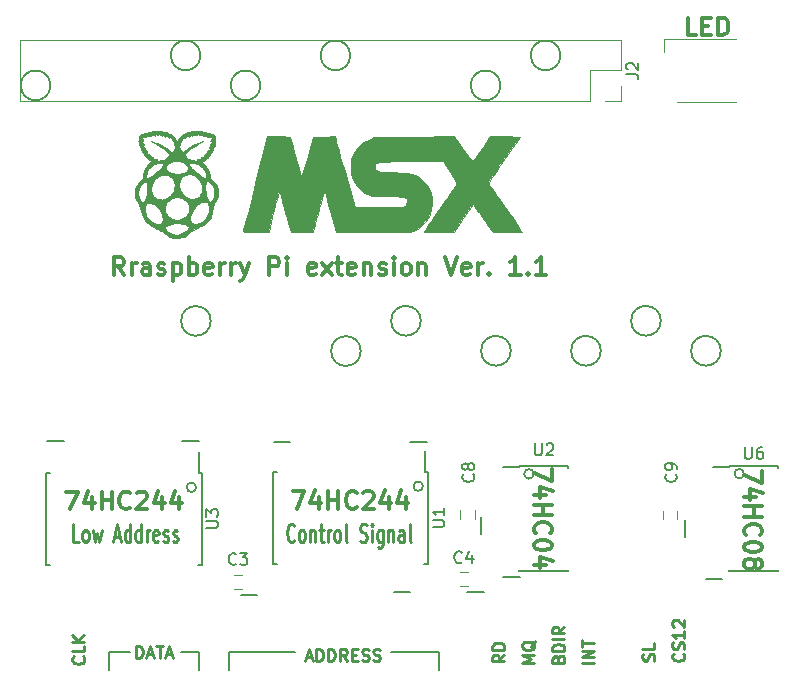
<source format=gbr>
G04 #@! TF.FileFunction,Legend,Top*
%FSLAX46Y46*%
G04 Gerber Fmt 4.6, Leading zero omitted, Abs format (unit mm)*
G04 Created by KiCad (PCBNEW 4.0.7) date 05/03/18 11:39:09*
%MOMM*%
%LPD*%
G01*
G04 APERTURE LIST*
%ADD10C,0.100000*%
%ADD11C,0.200000*%
%ADD12C,0.250000*%
%ADD13C,0.300000*%
%ADD14C,0.120000*%
%ADD15C,0.010000*%
%ADD16C,0.150000*%
G04 APERTURE END LIST*
D10*
D11*
X171196000Y-94361000D02*
X171196000Y-92964000D01*
D12*
X155400952Y-94871314D02*
X155353333Y-94942743D01*
X155210476Y-95014171D01*
X155115238Y-95014171D01*
X154972380Y-94942743D01*
X154877142Y-94799886D01*
X154829523Y-94657029D01*
X154781904Y-94371314D01*
X154781904Y-94157029D01*
X154829523Y-93871314D01*
X154877142Y-93728457D01*
X154972380Y-93585600D01*
X155115238Y-93514171D01*
X155210476Y-93514171D01*
X155353333Y-93585600D01*
X155400952Y-93657029D01*
X155972380Y-95014171D02*
X155877142Y-94942743D01*
X155829523Y-94871314D01*
X155781904Y-94728457D01*
X155781904Y-94299886D01*
X155829523Y-94157029D01*
X155877142Y-94085600D01*
X155972380Y-94014171D01*
X156115238Y-94014171D01*
X156210476Y-94085600D01*
X156258095Y-94157029D01*
X156305714Y-94299886D01*
X156305714Y-94728457D01*
X156258095Y-94871314D01*
X156210476Y-94942743D01*
X156115238Y-95014171D01*
X155972380Y-95014171D01*
X156734285Y-94014171D02*
X156734285Y-95014171D01*
X156734285Y-94157029D02*
X156781904Y-94085600D01*
X156877142Y-94014171D01*
X157020000Y-94014171D01*
X157115238Y-94085600D01*
X157162857Y-94228457D01*
X157162857Y-95014171D01*
X157496190Y-94014171D02*
X157877142Y-94014171D01*
X157639047Y-93514171D02*
X157639047Y-94799886D01*
X157686666Y-94942743D01*
X157781904Y-95014171D01*
X157877142Y-95014171D01*
X158210476Y-95014171D02*
X158210476Y-94014171D01*
X158210476Y-94299886D02*
X158258095Y-94157029D01*
X158305714Y-94085600D01*
X158400952Y-94014171D01*
X158496191Y-94014171D01*
X158972381Y-95014171D02*
X158877143Y-94942743D01*
X158829524Y-94871314D01*
X158781905Y-94728457D01*
X158781905Y-94299886D01*
X158829524Y-94157029D01*
X158877143Y-94085600D01*
X158972381Y-94014171D01*
X159115239Y-94014171D01*
X159210477Y-94085600D01*
X159258096Y-94157029D01*
X159305715Y-94299886D01*
X159305715Y-94728457D01*
X159258096Y-94871314D01*
X159210477Y-94942743D01*
X159115239Y-95014171D01*
X158972381Y-95014171D01*
X159877143Y-95014171D02*
X159781905Y-94942743D01*
X159734286Y-94799886D01*
X159734286Y-93514171D01*
X160972382Y-94942743D02*
X161115239Y-95014171D01*
X161353335Y-95014171D01*
X161448573Y-94942743D01*
X161496192Y-94871314D01*
X161543811Y-94728457D01*
X161543811Y-94585600D01*
X161496192Y-94442743D01*
X161448573Y-94371314D01*
X161353335Y-94299886D01*
X161162858Y-94228457D01*
X161067620Y-94157029D01*
X161020001Y-94085600D01*
X160972382Y-93942743D01*
X160972382Y-93799886D01*
X161020001Y-93657029D01*
X161067620Y-93585600D01*
X161162858Y-93514171D01*
X161400954Y-93514171D01*
X161543811Y-93585600D01*
X161972382Y-95014171D02*
X161972382Y-94014171D01*
X161972382Y-93514171D02*
X161924763Y-93585600D01*
X161972382Y-93657029D01*
X162020001Y-93585600D01*
X161972382Y-93514171D01*
X161972382Y-93657029D01*
X162877144Y-94014171D02*
X162877144Y-95228457D01*
X162829525Y-95371314D01*
X162781906Y-95442743D01*
X162686667Y-95514171D01*
X162543810Y-95514171D01*
X162448572Y-95442743D01*
X162877144Y-94942743D02*
X162781906Y-95014171D01*
X162591429Y-95014171D01*
X162496191Y-94942743D01*
X162448572Y-94871314D01*
X162400953Y-94728457D01*
X162400953Y-94299886D01*
X162448572Y-94157029D01*
X162496191Y-94085600D01*
X162591429Y-94014171D01*
X162781906Y-94014171D01*
X162877144Y-94085600D01*
X163353334Y-94014171D02*
X163353334Y-95014171D01*
X163353334Y-94157029D02*
X163400953Y-94085600D01*
X163496191Y-94014171D01*
X163639049Y-94014171D01*
X163734287Y-94085600D01*
X163781906Y-94228457D01*
X163781906Y-95014171D01*
X164686668Y-95014171D02*
X164686668Y-94228457D01*
X164639049Y-94085600D01*
X164543811Y-94014171D01*
X164353334Y-94014171D01*
X164258096Y-94085600D01*
X164686668Y-94942743D02*
X164591430Y-95014171D01*
X164353334Y-95014171D01*
X164258096Y-94942743D01*
X164210477Y-94799886D01*
X164210477Y-94657029D01*
X164258096Y-94514171D01*
X164353334Y-94442743D01*
X164591430Y-94442743D01*
X164686668Y-94371314D01*
X165305715Y-95014171D02*
X165210477Y-94942743D01*
X165162858Y-94799886D01*
X165162858Y-93514171D01*
X137168428Y-95039571D02*
X136692237Y-95039571D01*
X136692237Y-93539571D01*
X137644618Y-95039571D02*
X137549380Y-94968143D01*
X137501761Y-94896714D01*
X137454142Y-94753857D01*
X137454142Y-94325286D01*
X137501761Y-94182429D01*
X137549380Y-94111000D01*
X137644618Y-94039571D01*
X137787476Y-94039571D01*
X137882714Y-94111000D01*
X137930333Y-94182429D01*
X137977952Y-94325286D01*
X137977952Y-94753857D01*
X137930333Y-94896714D01*
X137882714Y-94968143D01*
X137787476Y-95039571D01*
X137644618Y-95039571D01*
X138311285Y-94039571D02*
X138501761Y-95039571D01*
X138692238Y-94325286D01*
X138882714Y-95039571D01*
X139073190Y-94039571D01*
X140168428Y-94611000D02*
X140644619Y-94611000D01*
X140073190Y-95039571D02*
X140406523Y-93539571D01*
X140739857Y-95039571D01*
X141501762Y-95039571D02*
X141501762Y-93539571D01*
X141501762Y-94968143D02*
X141406524Y-95039571D01*
X141216047Y-95039571D01*
X141120809Y-94968143D01*
X141073190Y-94896714D01*
X141025571Y-94753857D01*
X141025571Y-94325286D01*
X141073190Y-94182429D01*
X141120809Y-94111000D01*
X141216047Y-94039571D01*
X141406524Y-94039571D01*
X141501762Y-94111000D01*
X142406524Y-95039571D02*
X142406524Y-93539571D01*
X142406524Y-94968143D02*
X142311286Y-95039571D01*
X142120809Y-95039571D01*
X142025571Y-94968143D01*
X141977952Y-94896714D01*
X141930333Y-94753857D01*
X141930333Y-94325286D01*
X141977952Y-94182429D01*
X142025571Y-94111000D01*
X142120809Y-94039571D01*
X142311286Y-94039571D01*
X142406524Y-94111000D01*
X142882714Y-95039571D02*
X142882714Y-94039571D01*
X142882714Y-94325286D02*
X142930333Y-94182429D01*
X142977952Y-94111000D01*
X143073190Y-94039571D01*
X143168429Y-94039571D01*
X143882715Y-94968143D02*
X143787477Y-95039571D01*
X143597000Y-95039571D01*
X143501762Y-94968143D01*
X143454143Y-94825286D01*
X143454143Y-94253857D01*
X143501762Y-94111000D01*
X143597000Y-94039571D01*
X143787477Y-94039571D01*
X143882715Y-94111000D01*
X143930334Y-94253857D01*
X143930334Y-94396714D01*
X143454143Y-94539571D01*
X144311286Y-94968143D02*
X144406524Y-95039571D01*
X144597000Y-95039571D01*
X144692239Y-94968143D01*
X144739858Y-94825286D01*
X144739858Y-94753857D01*
X144692239Y-94611000D01*
X144597000Y-94539571D01*
X144454143Y-94539571D01*
X144358905Y-94468143D01*
X144311286Y-94325286D01*
X144311286Y-94253857D01*
X144358905Y-94111000D01*
X144454143Y-94039571D01*
X144597000Y-94039571D01*
X144692239Y-94111000D01*
X145120810Y-94968143D02*
X145216048Y-95039571D01*
X145406524Y-95039571D01*
X145501763Y-94968143D01*
X145549382Y-94825286D01*
X145549382Y-94753857D01*
X145501763Y-94611000D01*
X145406524Y-94539571D01*
X145263667Y-94539571D01*
X145168429Y-94468143D01*
X145120810Y-94325286D01*
X145120810Y-94253857D01*
X145168429Y-94111000D01*
X145263667Y-94039571D01*
X145406524Y-94039571D01*
X145501763Y-94111000D01*
D11*
X188468000Y-94615000D02*
X188468000Y-93218000D01*
X170053000Y-99314000D02*
X171450000Y-99314000D01*
X190246000Y-98171000D02*
X191643000Y-98171000D01*
X173101000Y-98044000D02*
X174498000Y-98044000D01*
X163830000Y-99314000D02*
X165227000Y-99314000D01*
X153670000Y-86614000D02*
X155067000Y-86614000D01*
X165227000Y-86614000D02*
X166624000Y-86614000D01*
X150876000Y-99568000D02*
X152273000Y-99568000D01*
X145923000Y-86487000D02*
X147320000Y-86487000D01*
X134493000Y-86487000D02*
X135890000Y-86487000D01*
X177927001Y-53848000D02*
G75*
G03X177927001Y-53848000I-1257236J0D01*
G01*
X172847001Y-56388000D02*
G75*
G03X172847001Y-56388000I-1257236J0D01*
G01*
X160134236Y-53848000D02*
G75*
G03X160134236Y-53848000I-1257236J0D01*
G01*
X152527001Y-56388000D02*
G75*
G03X152527001Y-56388000I-1257236J0D01*
G01*
X147447001Y-53848000D02*
G75*
G03X147447001Y-53848000I-1257236J0D01*
G01*
X134747001Y-56388000D02*
G75*
G03X134747001Y-56388000I-1257236J0D01*
G01*
X186423236Y-76314235D02*
G75*
G03X186423236Y-76314235I-1257236J0D01*
G01*
X191503236Y-78854235D02*
G75*
G03X191503236Y-78854235I-1257236J0D01*
G01*
X181343236Y-78854235D02*
G75*
G03X181343236Y-78854235I-1257236J0D01*
G01*
X173723236Y-78854235D02*
G75*
G03X173723236Y-78854235I-1257236J0D01*
G01*
X166103236Y-76314235D02*
G75*
G03X166103236Y-76314235I-1257236J0D01*
G01*
X161023236Y-78879765D02*
G75*
G03X161023236Y-78879765I-1257236J0D01*
G01*
X148323236Y-76327000D02*
G75*
G03X148323236Y-76327000I-1257236J0D01*
G01*
X193467009Y-89260391D02*
G75*
G03X193467009Y-89260391I-401609J0D01*
G01*
D13*
X155254144Y-90745571D02*
X156254144Y-90745571D01*
X155611287Y-92245571D01*
X157468429Y-91245571D02*
X157468429Y-92245571D01*
X157111286Y-90674143D02*
X156754143Y-91745571D01*
X157682715Y-91745571D01*
X158254143Y-92245571D02*
X158254143Y-90745571D01*
X158254143Y-91459857D02*
X159111286Y-91459857D01*
X159111286Y-92245571D02*
X159111286Y-90745571D01*
X160682715Y-92102714D02*
X160611286Y-92174143D01*
X160397000Y-92245571D01*
X160254143Y-92245571D01*
X160039858Y-92174143D01*
X159897000Y-92031286D01*
X159825572Y-91888429D01*
X159754143Y-91602714D01*
X159754143Y-91388429D01*
X159825572Y-91102714D01*
X159897000Y-90959857D01*
X160039858Y-90817000D01*
X160254143Y-90745571D01*
X160397000Y-90745571D01*
X160611286Y-90817000D01*
X160682715Y-90888429D01*
X161254143Y-90888429D02*
X161325572Y-90817000D01*
X161468429Y-90745571D01*
X161825572Y-90745571D01*
X161968429Y-90817000D01*
X162039858Y-90888429D01*
X162111286Y-91031286D01*
X162111286Y-91174143D01*
X162039858Y-91388429D01*
X161182715Y-92245571D01*
X162111286Y-92245571D01*
X163397000Y-91245571D02*
X163397000Y-92245571D01*
X163039857Y-90674143D02*
X162682714Y-91745571D01*
X163611286Y-91745571D01*
X164825571Y-91245571D02*
X164825571Y-92245571D01*
X164468428Y-90674143D02*
X164111285Y-91745571D01*
X165039857Y-91745571D01*
X195004429Y-89039430D02*
X195004429Y-90039430D01*
X193504429Y-89396573D01*
X194504429Y-91253715D02*
X193504429Y-91253715D01*
X195075857Y-90896572D02*
X194004429Y-90539429D01*
X194004429Y-91468001D01*
X193504429Y-92039429D02*
X195004429Y-92039429D01*
X194290143Y-92039429D02*
X194290143Y-92896572D01*
X193504429Y-92896572D02*
X195004429Y-92896572D01*
X193647286Y-94468001D02*
X193575857Y-94396572D01*
X193504429Y-94182286D01*
X193504429Y-94039429D01*
X193575857Y-93825144D01*
X193718714Y-93682286D01*
X193861571Y-93610858D01*
X194147286Y-93539429D01*
X194361571Y-93539429D01*
X194647286Y-93610858D01*
X194790143Y-93682286D01*
X194933000Y-93825144D01*
X195004429Y-94039429D01*
X195004429Y-94182286D01*
X194933000Y-94396572D01*
X194861571Y-94468001D01*
X195004429Y-95396572D02*
X195004429Y-95539429D01*
X194933000Y-95682286D01*
X194861571Y-95753715D01*
X194718714Y-95825144D01*
X194433000Y-95896572D01*
X194075857Y-95896572D01*
X193790143Y-95825144D01*
X193647286Y-95753715D01*
X193575857Y-95682286D01*
X193504429Y-95539429D01*
X193504429Y-95396572D01*
X193575857Y-95253715D01*
X193647286Y-95182286D01*
X193790143Y-95110858D01*
X194075857Y-95039429D01*
X194433000Y-95039429D01*
X194718714Y-95110858D01*
X194861571Y-95182286D01*
X194933000Y-95253715D01*
X195004429Y-95396572D01*
X194361571Y-96753715D02*
X194433000Y-96610857D01*
X194504429Y-96539429D01*
X194647286Y-96468000D01*
X194718714Y-96468000D01*
X194861571Y-96539429D01*
X194933000Y-96610857D01*
X195004429Y-96753715D01*
X195004429Y-97039429D01*
X194933000Y-97182286D01*
X194861571Y-97253715D01*
X194718714Y-97325143D01*
X194647286Y-97325143D01*
X194504429Y-97253715D01*
X194433000Y-97182286D01*
X194361571Y-97039429D01*
X194361571Y-96753715D01*
X194290143Y-96610857D01*
X194218714Y-96539429D01*
X194075857Y-96468000D01*
X193790143Y-96468000D01*
X193647286Y-96539429D01*
X193575857Y-96610857D01*
X193504429Y-96753715D01*
X193504429Y-97039429D01*
X193575857Y-97182286D01*
X193647286Y-97253715D01*
X193790143Y-97325143D01*
X194075857Y-97325143D01*
X194218714Y-97253715D01*
X194290143Y-97182286D01*
X194361571Y-97039429D01*
X177199029Y-88887030D02*
X177199029Y-89887030D01*
X175699029Y-89244173D01*
X176699029Y-91101315D02*
X175699029Y-91101315D01*
X177270457Y-90744172D02*
X176199029Y-90387029D01*
X176199029Y-91315601D01*
X175699029Y-91887029D02*
X177199029Y-91887029D01*
X176484743Y-91887029D02*
X176484743Y-92744172D01*
X175699029Y-92744172D02*
X177199029Y-92744172D01*
X175841886Y-94315601D02*
X175770457Y-94244172D01*
X175699029Y-94029886D01*
X175699029Y-93887029D01*
X175770457Y-93672744D01*
X175913314Y-93529886D01*
X176056171Y-93458458D01*
X176341886Y-93387029D01*
X176556171Y-93387029D01*
X176841886Y-93458458D01*
X176984743Y-93529886D01*
X177127600Y-93672744D01*
X177199029Y-93887029D01*
X177199029Y-94029886D01*
X177127600Y-94244172D01*
X177056171Y-94315601D01*
X177199029Y-95244172D02*
X177199029Y-95387029D01*
X177127600Y-95529886D01*
X177056171Y-95601315D01*
X176913314Y-95672744D01*
X176627600Y-95744172D01*
X176270457Y-95744172D01*
X175984743Y-95672744D01*
X175841886Y-95601315D01*
X175770457Y-95529886D01*
X175699029Y-95387029D01*
X175699029Y-95244172D01*
X175770457Y-95101315D01*
X175841886Y-95029886D01*
X175984743Y-94958458D01*
X176270457Y-94887029D01*
X176627600Y-94887029D01*
X176913314Y-94958458D01*
X177056171Y-95029886D01*
X177127600Y-95101315D01*
X177199029Y-95244172D01*
X176699029Y-97029886D02*
X175699029Y-97029886D01*
X177270457Y-96672743D02*
X176199029Y-96315600D01*
X176199029Y-97244172D01*
D11*
X166289009Y-90322400D02*
G75*
G03X166289009Y-90322400I-401609J0D01*
G01*
D13*
X189434115Y-52138971D02*
X188719829Y-52138971D01*
X188719829Y-50638971D01*
X189934115Y-51353257D02*
X190434115Y-51353257D01*
X190648401Y-52138971D02*
X189934115Y-52138971D01*
X189934115Y-50638971D01*
X190648401Y-50638971D01*
X191291258Y-52138971D02*
X191291258Y-50638971D01*
X191648401Y-50638971D01*
X191862686Y-50710400D01*
X192005544Y-50853257D01*
X192076972Y-50996114D01*
X192148401Y-51281829D01*
X192148401Y-51496114D01*
X192076972Y-51781829D01*
X192005544Y-51924686D01*
X191862686Y-52067543D01*
X191648401Y-52138971D01*
X191291258Y-52138971D01*
D11*
X175661609Y-89281000D02*
G75*
G03X175661609Y-89281000I-401609J0D01*
G01*
X147086609Y-90424000D02*
G75*
G03X147086609Y-90424000I-401609J0D01*
G01*
D13*
X136077144Y-90770971D02*
X137077144Y-90770971D01*
X136434287Y-92270971D01*
X138291429Y-91270971D02*
X138291429Y-92270971D01*
X137934286Y-90699543D02*
X137577143Y-91770971D01*
X138505715Y-91770971D01*
X139077143Y-92270971D02*
X139077143Y-90770971D01*
X139077143Y-91485257D02*
X139934286Y-91485257D01*
X139934286Y-92270971D02*
X139934286Y-90770971D01*
X141505715Y-92128114D02*
X141434286Y-92199543D01*
X141220000Y-92270971D01*
X141077143Y-92270971D01*
X140862858Y-92199543D01*
X140720000Y-92056686D01*
X140648572Y-91913829D01*
X140577143Y-91628114D01*
X140577143Y-91413829D01*
X140648572Y-91128114D01*
X140720000Y-90985257D01*
X140862858Y-90842400D01*
X141077143Y-90770971D01*
X141220000Y-90770971D01*
X141434286Y-90842400D01*
X141505715Y-90913829D01*
X142077143Y-90913829D02*
X142148572Y-90842400D01*
X142291429Y-90770971D01*
X142648572Y-90770971D01*
X142791429Y-90842400D01*
X142862858Y-90913829D01*
X142934286Y-91056686D01*
X142934286Y-91199543D01*
X142862858Y-91413829D01*
X142005715Y-92270971D01*
X142934286Y-92270971D01*
X144220000Y-91270971D02*
X144220000Y-92270971D01*
X143862857Y-90699543D02*
X143505714Y-91770971D01*
X144434286Y-91770971D01*
X145648571Y-91270971D02*
X145648571Y-92270971D01*
X145291428Y-90699543D02*
X144934285Y-91770971D01*
X145862857Y-91770971D01*
D11*
X167640000Y-104394000D02*
X163576000Y-104394000D01*
X167640000Y-105918000D02*
X167640000Y-104394000D01*
D12*
X137517143Y-104735238D02*
X137564762Y-104782857D01*
X137612381Y-104925714D01*
X137612381Y-105020952D01*
X137564762Y-105163810D01*
X137469524Y-105259048D01*
X137374286Y-105306667D01*
X137183810Y-105354286D01*
X137040952Y-105354286D01*
X136850476Y-105306667D01*
X136755238Y-105259048D01*
X136660000Y-105163810D01*
X136612381Y-105020952D01*
X136612381Y-104925714D01*
X136660000Y-104782857D01*
X136707619Y-104735238D01*
X137612381Y-103830476D02*
X137612381Y-104306667D01*
X136612381Y-104306667D01*
X137612381Y-103497143D02*
X136612381Y-103497143D01*
X137612381Y-102925714D02*
X137040952Y-103354286D01*
X136612381Y-102925714D02*
X137183810Y-103497143D01*
X188317143Y-104497047D02*
X188364762Y-104544666D01*
X188412381Y-104687523D01*
X188412381Y-104782761D01*
X188364762Y-104925619D01*
X188269524Y-105020857D01*
X188174286Y-105068476D01*
X187983810Y-105116095D01*
X187840952Y-105116095D01*
X187650476Y-105068476D01*
X187555238Y-105020857D01*
X187460000Y-104925619D01*
X187412381Y-104782761D01*
X187412381Y-104687523D01*
X187460000Y-104544666D01*
X187507619Y-104497047D01*
X188364762Y-104116095D02*
X188412381Y-103973238D01*
X188412381Y-103735142D01*
X188364762Y-103639904D01*
X188317143Y-103592285D01*
X188221905Y-103544666D01*
X188126667Y-103544666D01*
X188031429Y-103592285D01*
X187983810Y-103639904D01*
X187936190Y-103735142D01*
X187888571Y-103925619D01*
X187840952Y-104020857D01*
X187793333Y-104068476D01*
X187698095Y-104116095D01*
X187602857Y-104116095D01*
X187507619Y-104068476D01*
X187460000Y-104020857D01*
X187412381Y-103925619D01*
X187412381Y-103687523D01*
X187460000Y-103544666D01*
X188412381Y-102592285D02*
X188412381Y-103163714D01*
X188412381Y-102878000D02*
X187412381Y-102878000D01*
X187555238Y-102973238D01*
X187650476Y-103068476D01*
X187698095Y-103163714D01*
X187507619Y-102211333D02*
X187460000Y-102163714D01*
X187412381Y-102068476D01*
X187412381Y-101830380D01*
X187460000Y-101735142D01*
X187507619Y-101687523D01*
X187602857Y-101639904D01*
X187698095Y-101639904D01*
X187840952Y-101687523D01*
X188412381Y-102258952D01*
X188412381Y-101639904D01*
D11*
X166878000Y-104394000D02*
X163576000Y-104394000D01*
X152146000Y-104394000D02*
X155448000Y-104394000D01*
D12*
X142010000Y-104846381D02*
X142010000Y-103846381D01*
X142248095Y-103846381D01*
X142390953Y-103894000D01*
X142486191Y-103989238D01*
X142533810Y-104084476D01*
X142581429Y-104274952D01*
X142581429Y-104417810D01*
X142533810Y-104608286D01*
X142486191Y-104703524D01*
X142390953Y-104798762D01*
X142248095Y-104846381D01*
X142010000Y-104846381D01*
X142962381Y-104560667D02*
X143438572Y-104560667D01*
X142867143Y-104846381D02*
X143200476Y-103846381D01*
X143533810Y-104846381D01*
X143724286Y-103846381D02*
X144295715Y-103846381D01*
X144010000Y-104846381D02*
X144010000Y-103846381D01*
X144581429Y-104560667D02*
X145057620Y-104560667D01*
X144486191Y-104846381D02*
X144819524Y-103846381D01*
X145152858Y-104846381D01*
D11*
X139700000Y-104394000D02*
X141478000Y-104394000D01*
X139700000Y-105918000D02*
X139700000Y-104394000D01*
X147320000Y-104394000D02*
X145796000Y-104394000D01*
X147320000Y-105918000D02*
X147320000Y-104394000D01*
X149860000Y-104394000D02*
X152146000Y-104394000D01*
X149860000Y-105918000D02*
X149860000Y-104394000D01*
D12*
X156369143Y-104814667D02*
X156845334Y-104814667D01*
X156273905Y-105100381D02*
X156607238Y-104100381D01*
X156940572Y-105100381D01*
X157273905Y-105100381D02*
X157273905Y-104100381D01*
X157512000Y-104100381D01*
X157654858Y-104148000D01*
X157750096Y-104243238D01*
X157797715Y-104338476D01*
X157845334Y-104528952D01*
X157845334Y-104671810D01*
X157797715Y-104862286D01*
X157750096Y-104957524D01*
X157654858Y-105052762D01*
X157512000Y-105100381D01*
X157273905Y-105100381D01*
X158273905Y-105100381D02*
X158273905Y-104100381D01*
X158512000Y-104100381D01*
X158654858Y-104148000D01*
X158750096Y-104243238D01*
X158797715Y-104338476D01*
X158845334Y-104528952D01*
X158845334Y-104671810D01*
X158797715Y-104862286D01*
X158750096Y-104957524D01*
X158654858Y-105052762D01*
X158512000Y-105100381D01*
X158273905Y-105100381D01*
X159845334Y-105100381D02*
X159512000Y-104624190D01*
X159273905Y-105100381D02*
X159273905Y-104100381D01*
X159654858Y-104100381D01*
X159750096Y-104148000D01*
X159797715Y-104195619D01*
X159845334Y-104290857D01*
X159845334Y-104433714D01*
X159797715Y-104528952D01*
X159750096Y-104576571D01*
X159654858Y-104624190D01*
X159273905Y-104624190D01*
X160273905Y-104576571D02*
X160607239Y-104576571D01*
X160750096Y-105100381D02*
X160273905Y-105100381D01*
X160273905Y-104100381D01*
X160750096Y-104100381D01*
X161131048Y-105052762D02*
X161273905Y-105100381D01*
X161512001Y-105100381D01*
X161607239Y-105052762D01*
X161654858Y-105005143D01*
X161702477Y-104909905D01*
X161702477Y-104814667D01*
X161654858Y-104719429D01*
X161607239Y-104671810D01*
X161512001Y-104624190D01*
X161321524Y-104576571D01*
X161226286Y-104528952D01*
X161178667Y-104481333D01*
X161131048Y-104386095D01*
X161131048Y-104290857D01*
X161178667Y-104195619D01*
X161226286Y-104148000D01*
X161321524Y-104100381D01*
X161559620Y-104100381D01*
X161702477Y-104148000D01*
X162083429Y-105052762D02*
X162226286Y-105100381D01*
X162464382Y-105100381D01*
X162559620Y-105052762D01*
X162607239Y-105005143D01*
X162654858Y-104909905D01*
X162654858Y-104814667D01*
X162607239Y-104719429D01*
X162559620Y-104671810D01*
X162464382Y-104624190D01*
X162273905Y-104576571D01*
X162178667Y-104528952D01*
X162131048Y-104481333D01*
X162083429Y-104386095D01*
X162083429Y-104290857D01*
X162131048Y-104195619D01*
X162178667Y-104148000D01*
X162273905Y-104100381D01*
X162512001Y-104100381D01*
X162654858Y-104148000D01*
X180792381Y-105298762D02*
X179792381Y-105298762D01*
X180792381Y-104822572D02*
X179792381Y-104822572D01*
X180792381Y-104251143D01*
X179792381Y-104251143D01*
X179792381Y-103917810D02*
X179792381Y-103346381D01*
X180792381Y-103632096D02*
X179792381Y-103632096D01*
X175712381Y-105251143D02*
X174712381Y-105251143D01*
X175426667Y-104917809D01*
X174712381Y-104584476D01*
X175712381Y-104584476D01*
X175807619Y-103441619D02*
X175760000Y-103536857D01*
X175664762Y-103632095D01*
X175521905Y-103774952D01*
X175474286Y-103870191D01*
X175474286Y-103965429D01*
X175712381Y-103917810D02*
X175664762Y-104013048D01*
X175569524Y-104108286D01*
X175379048Y-104155905D01*
X175045714Y-104155905D01*
X174855238Y-104108286D01*
X174760000Y-104013048D01*
X174712381Y-103917810D01*
X174712381Y-103727333D01*
X174760000Y-103632095D01*
X174855238Y-103536857D01*
X175045714Y-103489238D01*
X175379048Y-103489238D01*
X175569524Y-103536857D01*
X175664762Y-103632095D01*
X175712381Y-103727333D01*
X175712381Y-103917810D01*
X173172381Y-104584476D02*
X172696190Y-104917810D01*
X173172381Y-105155905D02*
X172172381Y-105155905D01*
X172172381Y-104774952D01*
X172220000Y-104679714D01*
X172267619Y-104632095D01*
X172362857Y-104584476D01*
X172505714Y-104584476D01*
X172600952Y-104632095D01*
X172648571Y-104679714D01*
X172696190Y-104774952D01*
X172696190Y-105155905D01*
X173172381Y-104155905D02*
X172172381Y-104155905D01*
X172172381Y-103917810D01*
X172220000Y-103774952D01*
X172315238Y-103679714D01*
X172410476Y-103632095D01*
X172600952Y-103584476D01*
X172743810Y-103584476D01*
X172934286Y-103632095D01*
X173029524Y-103679714D01*
X173124762Y-103774952D01*
X173172381Y-103917810D01*
X173172381Y-104155905D01*
X185824762Y-105084476D02*
X185872381Y-104941619D01*
X185872381Y-104703523D01*
X185824762Y-104608285D01*
X185777143Y-104560666D01*
X185681905Y-104513047D01*
X185586667Y-104513047D01*
X185491429Y-104560666D01*
X185443810Y-104608285D01*
X185396190Y-104703523D01*
X185348571Y-104894000D01*
X185300952Y-104989238D01*
X185253333Y-105036857D01*
X185158095Y-105084476D01*
X185062857Y-105084476D01*
X184967619Y-105036857D01*
X184920000Y-104989238D01*
X184872381Y-104894000D01*
X184872381Y-104655904D01*
X184920000Y-104513047D01*
X185872381Y-103608285D02*
X185872381Y-104084476D01*
X184872381Y-104084476D01*
X177728571Y-104925666D02*
X177776190Y-104782809D01*
X177823810Y-104735190D01*
X177919048Y-104687571D01*
X178061905Y-104687571D01*
X178157143Y-104735190D01*
X178204762Y-104782809D01*
X178252381Y-104878047D01*
X178252381Y-105259000D01*
X177252381Y-105259000D01*
X177252381Y-104925666D01*
X177300000Y-104830428D01*
X177347619Y-104782809D01*
X177442857Y-104735190D01*
X177538095Y-104735190D01*
X177633333Y-104782809D01*
X177680952Y-104830428D01*
X177728571Y-104925666D01*
X177728571Y-105259000D01*
X178252381Y-104259000D02*
X177252381Y-104259000D01*
X177252381Y-104020905D01*
X177300000Y-103878047D01*
X177395238Y-103782809D01*
X177490476Y-103735190D01*
X177680952Y-103687571D01*
X177823810Y-103687571D01*
X178014286Y-103735190D01*
X178109524Y-103782809D01*
X178204762Y-103878047D01*
X178252381Y-104020905D01*
X178252381Y-104259000D01*
X178252381Y-103259000D02*
X177252381Y-103259000D01*
X178252381Y-102211381D02*
X177776190Y-102544715D01*
X178252381Y-102782810D02*
X177252381Y-102782810D01*
X177252381Y-102401857D01*
X177300000Y-102306619D01*
X177347619Y-102259000D01*
X177442857Y-102211381D01*
X177585714Y-102211381D01*
X177680952Y-102259000D01*
X177728571Y-102306619D01*
X177776190Y-102401857D01*
X177776190Y-102782810D01*
D13*
X140976144Y-72433571D02*
X140476144Y-71719286D01*
X140119001Y-72433571D02*
X140119001Y-70933571D01*
X140690429Y-70933571D01*
X140833287Y-71005000D01*
X140904715Y-71076429D01*
X140976144Y-71219286D01*
X140976144Y-71433571D01*
X140904715Y-71576429D01*
X140833287Y-71647857D01*
X140690429Y-71719286D01*
X140119001Y-71719286D01*
X141619001Y-72433571D02*
X141619001Y-71433571D01*
X141619001Y-71719286D02*
X141690429Y-71576429D01*
X141761858Y-71505000D01*
X141904715Y-71433571D01*
X142047572Y-71433571D01*
X143190429Y-72433571D02*
X143190429Y-71647857D01*
X143119000Y-71505000D01*
X142976143Y-71433571D01*
X142690429Y-71433571D01*
X142547572Y-71505000D01*
X143190429Y-72362143D02*
X143047572Y-72433571D01*
X142690429Y-72433571D01*
X142547572Y-72362143D01*
X142476143Y-72219286D01*
X142476143Y-72076429D01*
X142547572Y-71933571D01*
X142690429Y-71862143D01*
X143047572Y-71862143D01*
X143190429Y-71790714D01*
X143833286Y-72362143D02*
X143976143Y-72433571D01*
X144261858Y-72433571D01*
X144404715Y-72362143D01*
X144476143Y-72219286D01*
X144476143Y-72147857D01*
X144404715Y-72005000D01*
X144261858Y-71933571D01*
X144047572Y-71933571D01*
X143904715Y-71862143D01*
X143833286Y-71719286D01*
X143833286Y-71647857D01*
X143904715Y-71505000D01*
X144047572Y-71433571D01*
X144261858Y-71433571D01*
X144404715Y-71505000D01*
X145119001Y-71433571D02*
X145119001Y-72933571D01*
X145119001Y-71505000D02*
X145261858Y-71433571D01*
X145547572Y-71433571D01*
X145690429Y-71505000D01*
X145761858Y-71576429D01*
X145833287Y-71719286D01*
X145833287Y-72147857D01*
X145761858Y-72290714D01*
X145690429Y-72362143D01*
X145547572Y-72433571D01*
X145261858Y-72433571D01*
X145119001Y-72362143D01*
X146476144Y-72433571D02*
X146476144Y-70933571D01*
X146476144Y-71505000D02*
X146619001Y-71433571D01*
X146904715Y-71433571D01*
X147047572Y-71505000D01*
X147119001Y-71576429D01*
X147190430Y-71719286D01*
X147190430Y-72147857D01*
X147119001Y-72290714D01*
X147047572Y-72362143D01*
X146904715Y-72433571D01*
X146619001Y-72433571D01*
X146476144Y-72362143D01*
X148404715Y-72362143D02*
X148261858Y-72433571D01*
X147976144Y-72433571D01*
X147833287Y-72362143D01*
X147761858Y-72219286D01*
X147761858Y-71647857D01*
X147833287Y-71505000D01*
X147976144Y-71433571D01*
X148261858Y-71433571D01*
X148404715Y-71505000D01*
X148476144Y-71647857D01*
X148476144Y-71790714D01*
X147761858Y-71933571D01*
X149119001Y-72433571D02*
X149119001Y-71433571D01*
X149119001Y-71719286D02*
X149190429Y-71576429D01*
X149261858Y-71505000D01*
X149404715Y-71433571D01*
X149547572Y-71433571D01*
X150047572Y-72433571D02*
X150047572Y-71433571D01*
X150047572Y-71719286D02*
X150119000Y-71576429D01*
X150190429Y-71505000D01*
X150333286Y-71433571D01*
X150476143Y-71433571D01*
X150833286Y-71433571D02*
X151190429Y-72433571D01*
X151547571Y-71433571D02*
X151190429Y-72433571D01*
X151047571Y-72790714D01*
X150976143Y-72862143D01*
X150833286Y-72933571D01*
X153261857Y-72433571D02*
X153261857Y-70933571D01*
X153833285Y-70933571D01*
X153976143Y-71005000D01*
X154047571Y-71076429D01*
X154119000Y-71219286D01*
X154119000Y-71433571D01*
X154047571Y-71576429D01*
X153976143Y-71647857D01*
X153833285Y-71719286D01*
X153261857Y-71719286D01*
X154761857Y-72433571D02*
X154761857Y-71433571D01*
X154761857Y-70933571D02*
X154690428Y-71005000D01*
X154761857Y-71076429D01*
X154833285Y-71005000D01*
X154761857Y-70933571D01*
X154761857Y-71076429D01*
X157190428Y-72362143D02*
X157047571Y-72433571D01*
X156761857Y-72433571D01*
X156619000Y-72362143D01*
X156547571Y-72219286D01*
X156547571Y-71647857D01*
X156619000Y-71505000D01*
X156761857Y-71433571D01*
X157047571Y-71433571D01*
X157190428Y-71505000D01*
X157261857Y-71647857D01*
X157261857Y-71790714D01*
X156547571Y-71933571D01*
X157761857Y-72433571D02*
X158547571Y-71433571D01*
X157761857Y-71433571D02*
X158547571Y-72433571D01*
X158904714Y-71433571D02*
X159476143Y-71433571D01*
X159119000Y-70933571D02*
X159119000Y-72219286D01*
X159190428Y-72362143D01*
X159333286Y-72433571D01*
X159476143Y-72433571D01*
X160547571Y-72362143D02*
X160404714Y-72433571D01*
X160119000Y-72433571D01*
X159976143Y-72362143D01*
X159904714Y-72219286D01*
X159904714Y-71647857D01*
X159976143Y-71505000D01*
X160119000Y-71433571D01*
X160404714Y-71433571D01*
X160547571Y-71505000D01*
X160619000Y-71647857D01*
X160619000Y-71790714D01*
X159904714Y-71933571D01*
X161261857Y-71433571D02*
X161261857Y-72433571D01*
X161261857Y-71576429D02*
X161333285Y-71505000D01*
X161476143Y-71433571D01*
X161690428Y-71433571D01*
X161833285Y-71505000D01*
X161904714Y-71647857D01*
X161904714Y-72433571D01*
X162547571Y-72362143D02*
X162690428Y-72433571D01*
X162976143Y-72433571D01*
X163119000Y-72362143D01*
X163190428Y-72219286D01*
X163190428Y-72147857D01*
X163119000Y-72005000D01*
X162976143Y-71933571D01*
X162761857Y-71933571D01*
X162619000Y-71862143D01*
X162547571Y-71719286D01*
X162547571Y-71647857D01*
X162619000Y-71505000D01*
X162761857Y-71433571D01*
X162976143Y-71433571D01*
X163119000Y-71505000D01*
X163833286Y-72433571D02*
X163833286Y-71433571D01*
X163833286Y-70933571D02*
X163761857Y-71005000D01*
X163833286Y-71076429D01*
X163904714Y-71005000D01*
X163833286Y-70933571D01*
X163833286Y-71076429D01*
X164761858Y-72433571D02*
X164619000Y-72362143D01*
X164547572Y-72290714D01*
X164476143Y-72147857D01*
X164476143Y-71719286D01*
X164547572Y-71576429D01*
X164619000Y-71505000D01*
X164761858Y-71433571D01*
X164976143Y-71433571D01*
X165119000Y-71505000D01*
X165190429Y-71576429D01*
X165261858Y-71719286D01*
X165261858Y-72147857D01*
X165190429Y-72290714D01*
X165119000Y-72362143D01*
X164976143Y-72433571D01*
X164761858Y-72433571D01*
X165904715Y-71433571D02*
X165904715Y-72433571D01*
X165904715Y-71576429D02*
X165976143Y-71505000D01*
X166119001Y-71433571D01*
X166333286Y-71433571D01*
X166476143Y-71505000D01*
X166547572Y-71647857D01*
X166547572Y-72433571D01*
X168190429Y-70933571D02*
X168690429Y-72433571D01*
X169190429Y-70933571D01*
X170261857Y-72362143D02*
X170119000Y-72433571D01*
X169833286Y-72433571D01*
X169690429Y-72362143D01*
X169619000Y-72219286D01*
X169619000Y-71647857D01*
X169690429Y-71505000D01*
X169833286Y-71433571D01*
X170119000Y-71433571D01*
X170261857Y-71505000D01*
X170333286Y-71647857D01*
X170333286Y-71790714D01*
X169619000Y-71933571D01*
X170976143Y-72433571D02*
X170976143Y-71433571D01*
X170976143Y-71719286D02*
X171047571Y-71576429D01*
X171119000Y-71505000D01*
X171261857Y-71433571D01*
X171404714Y-71433571D01*
X171904714Y-72290714D02*
X171976142Y-72362143D01*
X171904714Y-72433571D01*
X171833285Y-72362143D01*
X171904714Y-72290714D01*
X171904714Y-72433571D01*
X174547571Y-72433571D02*
X173690428Y-72433571D01*
X174119000Y-72433571D02*
X174119000Y-70933571D01*
X173976143Y-71147857D01*
X173833285Y-71290714D01*
X173690428Y-71362143D01*
X175190428Y-72290714D02*
X175261856Y-72362143D01*
X175190428Y-72433571D01*
X175118999Y-72362143D01*
X175190428Y-72290714D01*
X175190428Y-72433571D01*
X176690428Y-72433571D02*
X175833285Y-72433571D01*
X176261857Y-72433571D02*
X176261857Y-70933571D01*
X176119000Y-71147857D01*
X175976142Y-71290714D01*
X175833285Y-71362143D01*
D14*
X180467000Y-57718000D02*
X132147000Y-57718000D01*
X132147000Y-57718000D02*
X132147000Y-52518000D01*
X132147000Y-52518000D02*
X183067000Y-52518000D01*
X183067000Y-52518000D02*
X183067000Y-55118000D01*
X183067000Y-55118000D02*
X180467000Y-55118000D01*
X180467000Y-55118000D02*
X180467000Y-57718000D01*
X181737000Y-57718000D02*
X183067000Y-57718000D01*
X183067000Y-57718000D02*
X183067000Y-56448000D01*
D15*
G36*
X158914826Y-61020676D02*
X158958920Y-61179070D01*
X159042649Y-61478213D01*
X159159769Y-61895856D01*
X159304033Y-62409750D01*
X159469198Y-62997645D01*
X159649018Y-63637290D01*
X159753284Y-64008000D01*
X160503536Y-66675000D01*
X162550510Y-66697678D01*
X163285141Y-66701851D01*
X163882303Y-66696793D01*
X164333934Y-66682745D01*
X164631973Y-66659949D01*
X164764075Y-66631199D01*
X164883021Y-66484199D01*
X164932502Y-66256061D01*
X164905865Y-66022899D01*
X164829067Y-65887600D01*
X164710559Y-65842988D01*
X164451726Y-65811562D01*
X164043326Y-65792656D01*
X163476116Y-65785606D01*
X163410900Y-65785527D01*
X162928553Y-65779759D01*
X162481780Y-65764195D01*
X162109253Y-65740922D01*
X161849642Y-65712025D01*
X161778972Y-65697471D01*
X161301207Y-65479303D01*
X160873707Y-65112320D01*
X160515997Y-64614227D01*
X160450866Y-64493243D01*
X160291536Y-64155882D01*
X160203456Y-63879070D01*
X160166452Y-63580824D01*
X160160126Y-63311664D01*
X160227521Y-62652756D01*
X160436324Y-62083785D01*
X160789796Y-61599802D01*
X161291198Y-61195863D01*
X161703173Y-60971443D01*
X162179000Y-60748333D01*
X165565667Y-60726027D01*
X168952334Y-60703722D01*
X169714334Y-61766296D01*
X170476334Y-62828869D01*
X170661513Y-62598216D01*
X170783790Y-62436747D01*
X170974781Y-62173982D01*
X171207064Y-61848019D01*
X171423513Y-61539633D01*
X172000334Y-60711703D01*
X173249167Y-60708851D01*
X173687192Y-60710788D01*
X174058077Y-60718027D01*
X174332310Y-60729549D01*
X174480380Y-60744334D01*
X174498000Y-60751993D01*
X174450861Y-60830304D01*
X174317816Y-61028284D01*
X174111425Y-61327841D01*
X173844247Y-61710882D01*
X173528843Y-62159315D01*
X173177771Y-62655046D01*
X173142042Y-62705320D01*
X172763838Y-63243731D01*
X172437284Y-63721385D01*
X172172378Y-64122812D01*
X171979121Y-64432540D01*
X171867511Y-64635097D01*
X171844823Y-64712494D01*
X171907303Y-64805317D01*
X172054535Y-65017804D01*
X172273504Y-65331361D01*
X172551193Y-65727398D01*
X172874584Y-66187321D01*
X173230660Y-66692539D01*
X173285448Y-66770176D01*
X173642100Y-67277277D01*
X173964605Y-67739285D01*
X174240602Y-68138213D01*
X174457731Y-68456075D01*
X174603631Y-68674884D01*
X174665943Y-68776655D01*
X174667334Y-68781009D01*
X174587647Y-68799798D01*
X174368491Y-68815655D01*
X174039722Y-68827286D01*
X173631197Y-68833393D01*
X173447099Y-68834000D01*
X172226864Y-68833999D01*
X171822537Y-68262500D01*
X171568915Y-67906931D01*
X171273341Y-67496843D01*
X170994638Y-67113802D01*
X170962343Y-67069742D01*
X170506475Y-66448485D01*
X169692693Y-67641242D01*
X168878910Y-68834000D01*
X167624455Y-68834000D01*
X167185377Y-68831115D01*
X166813373Y-68823171D01*
X166537892Y-68811232D01*
X166388380Y-68796364D01*
X166370000Y-68788626D01*
X166416608Y-68710149D01*
X166548204Y-68511184D01*
X166752442Y-68209812D01*
X167016978Y-67824109D01*
X167329470Y-67372156D01*
X167677572Y-66872031D01*
X167725756Y-66803047D01*
X168080658Y-66293269D01*
X168404170Y-65824986D01*
X168683366Y-65417195D01*
X168905321Y-65088893D01*
X169057110Y-64859077D01*
X169125808Y-64746745D01*
X169127703Y-64742468D01*
X169099697Y-64629560D01*
X168988814Y-64408493D01*
X168811297Y-64108400D01*
X168583392Y-63758410D01*
X168558860Y-63722381D01*
X167943826Y-62822666D01*
X165215627Y-62822666D01*
X164425373Y-62823271D01*
X163788018Y-62826764D01*
X163287126Y-62835662D01*
X162906264Y-62852482D01*
X162628997Y-62879742D01*
X162438890Y-62919957D01*
X162319508Y-62975645D01*
X162254418Y-63049324D01*
X162227185Y-63143510D01*
X162221373Y-63260721D01*
X162221333Y-63281258D01*
X162239667Y-63448616D01*
X162309112Y-63571834D01*
X162451333Y-63657398D01*
X162687993Y-63711794D01*
X163040759Y-63741508D01*
X163531293Y-63753025D01*
X163800418Y-63753999D01*
X164429503Y-63762383D01*
X164921731Y-63792794D01*
X165308988Y-63853121D01*
X165623161Y-63951255D01*
X165896134Y-64095084D01*
X166159793Y-64292498D01*
X166233550Y-64356036D01*
X166666758Y-64841396D01*
X166948164Y-65401548D01*
X167078137Y-66037330D01*
X167087915Y-66294000D01*
X167009152Y-66962126D01*
X166782710Y-67558073D01*
X166417575Y-68067189D01*
X165922731Y-68474825D01*
X165660924Y-68620860D01*
X165220996Y-68836097D01*
X162052980Y-68813882D01*
X158884963Y-68791666D01*
X158418775Y-67038429D01*
X158280458Y-66524692D01*
X158155620Y-66073229D01*
X158050939Y-65707199D01*
X157973094Y-65449764D01*
X157928762Y-65324083D01*
X157922040Y-65315737D01*
X157894839Y-65399428D01*
X157832011Y-65617538D01*
X157741491Y-65940853D01*
X157631213Y-66340161D01*
X157509112Y-66786246D01*
X157383123Y-67249895D01*
X157261182Y-67701893D01*
X157151222Y-68113026D01*
X157061179Y-68454080D01*
X156998987Y-68695841D01*
X156972582Y-68809094D01*
X156972192Y-68812833D01*
X156893154Y-68821356D01*
X156679044Y-68828238D01*
X156364123Y-68832698D01*
X156044667Y-68834000D01*
X155117334Y-68834000D01*
X154959372Y-68304833D01*
X154877965Y-68025248D01*
X154765603Y-67630015D01*
X154635744Y-67166895D01*
X154501843Y-66683646D01*
X154470377Y-66569166D01*
X154351442Y-66146042D01*
X154245360Y-65787917D01*
X154160999Y-65523280D01*
X154107229Y-65380621D01*
X154095172Y-65363803D01*
X154063116Y-65442545D01*
X153998580Y-65662024D01*
X153907989Y-65998174D01*
X153797768Y-66426928D01*
X153674343Y-66924219D01*
X153631760Y-67099470D01*
X153212520Y-68834000D01*
X152119868Y-68834000D01*
X151652543Y-68830142D01*
X151334633Y-68817247D01*
X151146365Y-68793331D01*
X151067969Y-68756410D01*
X151065082Y-68728166D01*
X151092862Y-68627096D01*
X151157872Y-68378234D01*
X151255922Y-67997979D01*
X151382818Y-67502729D01*
X151534368Y-66908880D01*
X151706382Y-66232832D01*
X151894666Y-65490981D01*
X152095029Y-64699726D01*
X152104023Y-64664166D01*
X153105099Y-60706000D01*
X154059177Y-60706000D01*
X154478503Y-60708913D01*
X154758170Y-60720588D01*
X154927797Y-60745428D01*
X155017001Y-60787835D01*
X155055401Y-60852211D01*
X155055974Y-60854166D01*
X155091179Y-60979099D01*
X155163958Y-61239404D01*
X155266562Y-61607297D01*
X155391244Y-62054993D01*
X155530256Y-62554710D01*
X155543883Y-62603724D01*
X155681616Y-63085842D01*
X155806482Y-63497833D01*
X155911098Y-63817358D01*
X155988087Y-64022078D01*
X156030066Y-64089653D01*
X156033386Y-64085390D01*
X156069970Y-63970047D01*
X156145841Y-63719068D01*
X156252976Y-63359407D01*
X156383351Y-62918018D01*
X156528943Y-62421854D01*
X156547907Y-62357000D01*
X157018114Y-60748333D01*
X157922367Y-60724343D01*
X158826619Y-60700352D01*
X158914826Y-61020676D01*
X158914826Y-61020676D01*
G37*
X158914826Y-61020676D02*
X158958920Y-61179070D01*
X159042649Y-61478213D01*
X159159769Y-61895856D01*
X159304033Y-62409750D01*
X159469198Y-62997645D01*
X159649018Y-63637290D01*
X159753284Y-64008000D01*
X160503536Y-66675000D01*
X162550510Y-66697678D01*
X163285141Y-66701851D01*
X163882303Y-66696793D01*
X164333934Y-66682745D01*
X164631973Y-66659949D01*
X164764075Y-66631199D01*
X164883021Y-66484199D01*
X164932502Y-66256061D01*
X164905865Y-66022899D01*
X164829067Y-65887600D01*
X164710559Y-65842988D01*
X164451726Y-65811562D01*
X164043326Y-65792656D01*
X163476116Y-65785606D01*
X163410900Y-65785527D01*
X162928553Y-65779759D01*
X162481780Y-65764195D01*
X162109253Y-65740922D01*
X161849642Y-65712025D01*
X161778972Y-65697471D01*
X161301207Y-65479303D01*
X160873707Y-65112320D01*
X160515997Y-64614227D01*
X160450866Y-64493243D01*
X160291536Y-64155882D01*
X160203456Y-63879070D01*
X160166452Y-63580824D01*
X160160126Y-63311664D01*
X160227521Y-62652756D01*
X160436324Y-62083785D01*
X160789796Y-61599802D01*
X161291198Y-61195863D01*
X161703173Y-60971443D01*
X162179000Y-60748333D01*
X165565667Y-60726027D01*
X168952334Y-60703722D01*
X169714334Y-61766296D01*
X170476334Y-62828869D01*
X170661513Y-62598216D01*
X170783790Y-62436747D01*
X170974781Y-62173982D01*
X171207064Y-61848019D01*
X171423513Y-61539633D01*
X172000334Y-60711703D01*
X173249167Y-60708851D01*
X173687192Y-60710788D01*
X174058077Y-60718027D01*
X174332310Y-60729549D01*
X174480380Y-60744334D01*
X174498000Y-60751993D01*
X174450861Y-60830304D01*
X174317816Y-61028284D01*
X174111425Y-61327841D01*
X173844247Y-61710882D01*
X173528843Y-62159315D01*
X173177771Y-62655046D01*
X173142042Y-62705320D01*
X172763838Y-63243731D01*
X172437284Y-63721385D01*
X172172378Y-64122812D01*
X171979121Y-64432540D01*
X171867511Y-64635097D01*
X171844823Y-64712494D01*
X171907303Y-64805317D01*
X172054535Y-65017804D01*
X172273504Y-65331361D01*
X172551193Y-65727398D01*
X172874584Y-66187321D01*
X173230660Y-66692539D01*
X173285448Y-66770176D01*
X173642100Y-67277277D01*
X173964605Y-67739285D01*
X174240602Y-68138213D01*
X174457731Y-68456075D01*
X174603631Y-68674884D01*
X174665943Y-68776655D01*
X174667334Y-68781009D01*
X174587647Y-68799798D01*
X174368491Y-68815655D01*
X174039722Y-68827286D01*
X173631197Y-68833393D01*
X173447099Y-68834000D01*
X172226864Y-68833999D01*
X171822537Y-68262500D01*
X171568915Y-67906931D01*
X171273341Y-67496843D01*
X170994638Y-67113802D01*
X170962343Y-67069742D01*
X170506475Y-66448485D01*
X169692693Y-67641242D01*
X168878910Y-68834000D01*
X167624455Y-68834000D01*
X167185377Y-68831115D01*
X166813373Y-68823171D01*
X166537892Y-68811232D01*
X166388380Y-68796364D01*
X166370000Y-68788626D01*
X166416608Y-68710149D01*
X166548204Y-68511184D01*
X166752442Y-68209812D01*
X167016978Y-67824109D01*
X167329470Y-67372156D01*
X167677572Y-66872031D01*
X167725756Y-66803047D01*
X168080658Y-66293269D01*
X168404170Y-65824986D01*
X168683366Y-65417195D01*
X168905321Y-65088893D01*
X169057110Y-64859077D01*
X169125808Y-64746745D01*
X169127703Y-64742468D01*
X169099697Y-64629560D01*
X168988814Y-64408493D01*
X168811297Y-64108400D01*
X168583392Y-63758410D01*
X168558860Y-63722381D01*
X167943826Y-62822666D01*
X165215627Y-62822666D01*
X164425373Y-62823271D01*
X163788018Y-62826764D01*
X163287126Y-62835662D01*
X162906264Y-62852482D01*
X162628997Y-62879742D01*
X162438890Y-62919957D01*
X162319508Y-62975645D01*
X162254418Y-63049324D01*
X162227185Y-63143510D01*
X162221373Y-63260721D01*
X162221333Y-63281258D01*
X162239667Y-63448616D01*
X162309112Y-63571834D01*
X162451333Y-63657398D01*
X162687993Y-63711794D01*
X163040759Y-63741508D01*
X163531293Y-63753025D01*
X163800418Y-63753999D01*
X164429503Y-63762383D01*
X164921731Y-63792794D01*
X165308988Y-63853121D01*
X165623161Y-63951255D01*
X165896134Y-64095084D01*
X166159793Y-64292498D01*
X166233550Y-64356036D01*
X166666758Y-64841396D01*
X166948164Y-65401548D01*
X167078137Y-66037330D01*
X167087915Y-66294000D01*
X167009152Y-66962126D01*
X166782710Y-67558073D01*
X166417575Y-68067189D01*
X165922731Y-68474825D01*
X165660924Y-68620860D01*
X165220996Y-68836097D01*
X162052980Y-68813882D01*
X158884963Y-68791666D01*
X158418775Y-67038429D01*
X158280458Y-66524692D01*
X158155620Y-66073229D01*
X158050939Y-65707199D01*
X157973094Y-65449764D01*
X157928762Y-65324083D01*
X157922040Y-65315737D01*
X157894839Y-65399428D01*
X157832011Y-65617538D01*
X157741491Y-65940853D01*
X157631213Y-66340161D01*
X157509112Y-66786246D01*
X157383123Y-67249895D01*
X157261182Y-67701893D01*
X157151222Y-68113026D01*
X157061179Y-68454080D01*
X156998987Y-68695841D01*
X156972582Y-68809094D01*
X156972192Y-68812833D01*
X156893154Y-68821356D01*
X156679044Y-68828238D01*
X156364123Y-68832698D01*
X156044667Y-68834000D01*
X155117334Y-68834000D01*
X154959372Y-68304833D01*
X154877965Y-68025248D01*
X154765603Y-67630015D01*
X154635744Y-67166895D01*
X154501843Y-66683646D01*
X154470377Y-66569166D01*
X154351442Y-66146042D01*
X154245360Y-65787917D01*
X154160999Y-65523280D01*
X154107229Y-65380621D01*
X154095172Y-65363803D01*
X154063116Y-65442545D01*
X153998580Y-65662024D01*
X153907989Y-65998174D01*
X153797768Y-66426928D01*
X153674343Y-66924219D01*
X153631760Y-67099470D01*
X153212520Y-68834000D01*
X152119868Y-68834000D01*
X151652543Y-68830142D01*
X151334633Y-68817247D01*
X151146365Y-68793331D01*
X151067969Y-68756410D01*
X151065082Y-68728166D01*
X151092862Y-68627096D01*
X151157872Y-68378234D01*
X151255922Y-67997979D01*
X151382818Y-67502729D01*
X151534368Y-66908880D01*
X151706382Y-66232832D01*
X151894666Y-65490981D01*
X152095029Y-64699726D01*
X152104023Y-64664166D01*
X153105099Y-60706000D01*
X154059177Y-60706000D01*
X154478503Y-60708913D01*
X154758170Y-60720588D01*
X154927797Y-60745428D01*
X155017001Y-60787835D01*
X155055401Y-60852211D01*
X155055974Y-60854166D01*
X155091179Y-60979099D01*
X155163958Y-61239404D01*
X155266562Y-61607297D01*
X155391244Y-62054993D01*
X155530256Y-62554710D01*
X155543883Y-62603724D01*
X155681616Y-63085842D01*
X155806482Y-63497833D01*
X155911098Y-63817358D01*
X155988087Y-64022078D01*
X156030066Y-64089653D01*
X156033386Y-64085390D01*
X156069970Y-63970047D01*
X156145841Y-63719068D01*
X156252976Y-63359407D01*
X156383351Y-62918018D01*
X156528943Y-62421854D01*
X156547907Y-62357000D01*
X157018114Y-60748333D01*
X157922367Y-60724343D01*
X158826619Y-60700352D01*
X158914826Y-61020676D01*
D14*
X150272000Y-97825000D02*
X150972000Y-97825000D01*
X150972000Y-99025000D02*
X150272000Y-99025000D01*
X169388000Y-97571000D02*
X170088000Y-97571000D01*
X170088000Y-98771000D02*
X169388000Y-98771000D01*
X186684000Y-52418000D02*
X192784000Y-52418000D01*
X186684000Y-53518000D02*
X186684000Y-52418000D01*
X192784000Y-57818000D02*
X187784000Y-57818000D01*
D16*
X174455000Y-88641000D02*
X174455000Y-88666000D01*
X178605000Y-88641000D02*
X178605000Y-88756000D01*
X178605000Y-97541000D02*
X178605000Y-97426000D01*
X174455000Y-97541000D02*
X174455000Y-97426000D01*
X174455000Y-88641000D02*
X178605000Y-88641000D01*
X174455000Y-97541000D02*
X178605000Y-97541000D01*
X174455000Y-88666000D02*
X173080000Y-88666000D01*
D14*
X170653000Y-92360000D02*
X170653000Y-93060000D01*
X169453000Y-93060000D02*
X169453000Y-92360000D01*
X187798000Y-92421000D02*
X187798000Y-93121000D01*
X186598000Y-93121000D02*
X186598000Y-92421000D01*
D15*
G36*
X147167626Y-60229671D02*
X147214120Y-60247989D01*
X147239612Y-60261655D01*
X147262231Y-60266119D01*
X147292061Y-60261982D01*
X147322070Y-60254442D01*
X147409388Y-60238711D01*
X147489870Y-60238671D01*
X147557635Y-60254162D01*
X147573644Y-60261318D01*
X147605875Y-60279656D01*
X147627544Y-60295461D01*
X147631037Y-60299418D01*
X147646870Y-60305875D01*
X147680798Y-60310497D01*
X147725533Y-60312299D01*
X147726322Y-60312299D01*
X147799411Y-60316118D01*
X147854225Y-60328731D01*
X147896890Y-60351878D01*
X147912706Y-60365202D01*
X147933491Y-60379432D01*
X147963038Y-60388313D01*
X148007925Y-60393393D01*
X148039706Y-60395053D01*
X148127953Y-60401536D01*
X148196475Y-60414000D01*
X148250580Y-60434142D01*
X148295579Y-60463659D01*
X148317785Y-60483916D01*
X148350949Y-60514555D01*
X148375865Y-60529367D01*
X148400252Y-60532281D01*
X148410575Y-60531147D01*
X148489732Y-60531013D01*
X148562661Y-60552812D01*
X148624751Y-60594298D01*
X148671391Y-60653227D01*
X148674996Y-60659930D01*
X148690938Y-60711296D01*
X148695230Y-60773232D01*
X148687850Y-60833723D01*
X148675394Y-60869442D01*
X148662335Y-60898955D01*
X148662381Y-60919418D01*
X148676566Y-60943963D01*
X148681856Y-60951452D01*
X148703384Y-60996924D01*
X148713890Y-61059719D01*
X148714410Y-61067409D01*
X148715127Y-61116107D01*
X148708440Y-61155232D01*
X148691545Y-61197601D01*
X148681459Y-61218017D01*
X148660808Y-61261742D01*
X148651449Y-61293195D01*
X148651397Y-61321760D01*
X148655187Y-61342216D01*
X148659374Y-61409977D01*
X148640905Y-61478950D01*
X148599014Y-61551432D01*
X148575450Y-61582018D01*
X148553425Y-61613466D01*
X148542541Y-61645285D01*
X148539257Y-61688863D01*
X148539200Y-61698666D01*
X148536169Y-61758492D01*
X148524508Y-61804904D01*
X148500360Y-61847358D01*
X148459869Y-61895308D01*
X148458319Y-61896975D01*
X148424509Y-61937022D01*
X148405232Y-61972128D01*
X148395004Y-62012982D01*
X148393491Y-62023303D01*
X148377701Y-62084594D01*
X148346032Y-62140761D01*
X148295542Y-62195862D01*
X148229447Y-62249460D01*
X148184973Y-62284030D01*
X148158739Y-62309992D01*
X148147033Y-62331507D01*
X148145434Y-62343574D01*
X148136354Y-62382457D01*
X148112875Y-62428057D01*
X148080449Y-62471244D01*
X148054644Y-62495698D01*
X148025390Y-62514948D01*
X147982762Y-62538865D01*
X147941802Y-62559450D01*
X147895440Y-62583681D01*
X147866154Y-62606283D01*
X147846832Y-62633372D01*
X147840365Y-62646687D01*
X147802308Y-62701816D01*
X147742274Y-62749223D01*
X147662917Y-62787382D01*
X147566892Y-62814769D01*
X147538368Y-62820132D01*
X147505751Y-62827617D01*
X147486930Y-62835759D01*
X147485100Y-62838499D01*
X147495120Y-62849005D01*
X147521931Y-62869200D01*
X147560654Y-62895516D01*
X147580902Y-62908555D01*
X147656610Y-62962425D01*
X147739176Y-63031079D01*
X147821608Y-63108007D01*
X147896913Y-63186703D01*
X147955337Y-63256985D01*
X148011178Y-63340338D01*
X148066818Y-63440241D01*
X148118166Y-63548142D01*
X148161132Y-63655490D01*
X148190064Y-63747650D01*
X148205228Y-63815871D01*
X148219479Y-63897709D01*
X148230916Y-63981400D01*
X148236046Y-64032492D01*
X148244927Y-64119580D01*
X148256999Y-64186495D01*
X148274602Y-64238450D01*
X148300077Y-64280658D01*
X148335765Y-64318331D01*
X148380450Y-64354070D01*
X148512780Y-64466703D01*
X148631754Y-64598360D01*
X148734307Y-64744848D01*
X148817375Y-64901971D01*
X148860909Y-65011988D01*
X148908713Y-65189797D01*
X148932169Y-65371008D01*
X148931651Y-65553188D01*
X148907532Y-65733904D01*
X148860185Y-65910722D01*
X148789982Y-66081209D01*
X148697297Y-66242931D01*
X148665054Y-66289527D01*
X148634015Y-66333716D01*
X148611002Y-66370906D01*
X148593122Y-66407769D01*
X148577480Y-66450974D01*
X148561184Y-66507194D01*
X148546620Y-66562577D01*
X148528734Y-66630287D01*
X148511120Y-66694188D01*
X148495648Y-66747669D01*
X148484189Y-66784118D01*
X148482927Y-66787721D01*
X148472244Y-66830953D01*
X148465011Y-66885938D01*
X148463000Y-66928933D01*
X148452488Y-67075254D01*
X148422116Y-67229589D01*
X148373629Y-67386596D01*
X148308772Y-67540934D01*
X148229292Y-67687260D01*
X148200471Y-67732399D01*
X148100717Y-67862330D01*
X147980614Y-67984920D01*
X147844945Y-68096501D01*
X147698495Y-68193406D01*
X147546048Y-68271966D01*
X147444544Y-68311960D01*
X147407362Y-68328413D01*
X147356253Y-68355972D01*
X147297862Y-68390844D01*
X147238833Y-68429233D01*
X147236916Y-68430540D01*
X147012862Y-68570404D01*
X146775259Y-68694038D01*
X146718554Y-68720133D01*
X146654634Y-68750437D01*
X146605386Y-68778871D01*
X146561473Y-68811847D01*
X146513555Y-68855779D01*
X146496304Y-68872747D01*
X146346910Y-69004924D01*
X146188687Y-69113298D01*
X146021444Y-69197952D01*
X145844994Y-69258967D01*
X145659146Y-69296426D01*
X145491200Y-69309875D01*
X145424273Y-69311251D01*
X145363443Y-69311637D01*
X145314806Y-69311053D01*
X145284457Y-69309519D01*
X145281650Y-69309179D01*
X145247939Y-69303922D01*
X145201363Y-69296122D01*
X145167350Y-69290183D01*
X144994200Y-69247147D01*
X144823614Y-69181190D01*
X144660162Y-69094713D01*
X144508416Y-68990115D01*
X144379950Y-68876832D01*
X144337630Y-68837224D01*
X144297863Y-68807478D01*
X144252005Y-68782128D01*
X144191415Y-68755710D01*
X144183100Y-68752352D01*
X144074182Y-68705042D01*
X143956896Y-68647890D01*
X143836934Y-68584123D01*
X143719988Y-68516972D01*
X143659371Y-68479276D01*
X144451265Y-68479276D01*
X144454208Y-68494236D01*
X144470345Y-68527943D01*
X144502731Y-68572799D01*
X144547437Y-68624526D01*
X144600535Y-68678843D01*
X144658096Y-68731473D01*
X144711960Y-68774981D01*
X144860973Y-68872717D01*
X145015531Y-68946067D01*
X145177282Y-68995741D01*
X145258956Y-69011543D01*
X145339813Y-69019142D01*
X145435851Y-69020051D01*
X145537904Y-69014823D01*
X145636807Y-69004009D01*
X145723396Y-68988163D01*
X145746896Y-68982150D01*
X145912982Y-68922782D01*
X146067867Y-68841173D01*
X146209425Y-68738756D01*
X146335527Y-68616965D01*
X146394689Y-68545930D01*
X146435119Y-68479729D01*
X146451036Y-68417514D01*
X146442328Y-68359129D01*
X146408885Y-68304420D01*
X146350596Y-68253232D01*
X146267350Y-68205411D01*
X146159038Y-68160800D01*
X146107150Y-68143335D01*
X146009790Y-68115551D01*
X145911809Y-68094739D01*
X145807832Y-68080249D01*
X145692486Y-68071435D01*
X145560395Y-68067646D01*
X145478500Y-68067471D01*
X145376077Y-68068609D01*
X145292935Y-68071106D01*
X145222970Y-68075394D01*
X145160078Y-68081906D01*
X145098156Y-68091076D01*
X145065750Y-68096775D01*
X144925812Y-68127398D01*
X144801107Y-68164753D01*
X144693037Y-68207932D01*
X144603004Y-68256021D01*
X144532408Y-68308111D01*
X144482652Y-68363291D01*
X144455137Y-68420650D01*
X144451265Y-68479276D01*
X143659371Y-68479276D01*
X143611753Y-68449664D01*
X143517919Y-68385429D01*
X143465550Y-68345398D01*
X143429235Y-68320198D01*
X143379166Y-68290826D01*
X143325027Y-68262892D01*
X143314653Y-68258013D01*
X143146818Y-68166816D01*
X142993352Y-68055554D01*
X142855622Y-67925982D01*
X142734995Y-67779857D01*
X142632837Y-67618934D01*
X142550516Y-67444967D01*
X142489398Y-67259712D01*
X142468949Y-67172014D01*
X142454357Y-67108977D01*
X142436956Y-67046497D01*
X142419650Y-66994625D01*
X142412874Y-66977889D01*
X142392979Y-66928292D01*
X142383364Y-66901553D01*
X142736744Y-66901553D01*
X142739740Y-66990601D01*
X142747406Y-67070112D01*
X142753489Y-67106322D01*
X142800945Y-67279824D01*
X142869951Y-67441470D01*
X142959219Y-67589695D01*
X143067458Y-67722936D01*
X143193381Y-67839628D01*
X143335698Y-67938209D01*
X143493121Y-68017115D01*
X143509728Y-68023896D01*
X143618068Y-68061127D01*
X143727036Y-68087296D01*
X143831905Y-68101921D01*
X143927945Y-68104520D01*
X144010429Y-68094609D01*
X144057898Y-68079832D01*
X144102022Y-68052186D01*
X144149334Y-68008664D01*
X144193444Y-67956707D01*
X144227961Y-67903754D01*
X144245539Y-67861399D01*
X144266327Y-67726877D01*
X144262592Y-67585960D01*
X144234357Y-67438785D01*
X144181646Y-67285492D01*
X144131098Y-67176382D01*
X144081490Y-67082138D01*
X144036233Y-67004271D01*
X143990306Y-66935550D01*
X143938687Y-66868744D01*
X143886489Y-66808350D01*
X144443738Y-66808350D01*
X144445225Y-66902400D01*
X144451076Y-66978621D01*
X144462859Y-67044427D01*
X144482142Y-67107234D01*
X144510495Y-67174459D01*
X144529563Y-67214068D01*
X144604347Y-67337253D01*
X144699492Y-67448992D01*
X144811636Y-67546910D01*
X144937415Y-67628630D01*
X145073464Y-67691775D01*
X145216422Y-67733969D01*
X145281650Y-67745425D01*
X145342161Y-67750682D01*
X145417369Y-67752679D01*
X145498749Y-67751631D01*
X145577773Y-67747751D01*
X145645916Y-67741254D01*
X145682182Y-67735348D01*
X145837837Y-67690862D01*
X145950137Y-67640409D01*
X146585208Y-67640409D01*
X146587729Y-67704253D01*
X146592651Y-67765209D01*
X146599870Y-67821274D01*
X146608253Y-67864662D01*
X146613649Y-67882053D01*
X146661668Y-67967741D01*
X146725299Y-68033395D01*
X146804535Y-68079009D01*
X146859427Y-68096722D01*
X146910712Y-68103086D01*
X146979767Y-68102860D01*
X147059986Y-68096592D01*
X147144763Y-68084827D01*
X147227492Y-68068114D01*
X147238959Y-68065303D01*
X147407191Y-68010401D01*
X147562806Y-67934059D01*
X147704426Y-67837612D01*
X147830674Y-67722399D01*
X147940172Y-67589757D01*
X148031543Y-67441023D01*
X148103410Y-67277534D01*
X148128265Y-67202050D01*
X148141299Y-67155926D01*
X148150582Y-67115162D01*
X148156773Y-67073686D01*
X148160531Y-67025426D01*
X148162515Y-66964313D01*
X148163385Y-66884273D01*
X148163419Y-66878200D01*
X148163405Y-66794821D01*
X148161984Y-66730820D01*
X148158625Y-66680186D01*
X148152798Y-66636913D01*
X148143974Y-66594991D01*
X148135572Y-66562658D01*
X148099286Y-66452183D01*
X148056392Y-66365046D01*
X148005228Y-66299668D01*
X147944131Y-66254473D01*
X147871437Y-66227884D01*
X147785484Y-66218322D01*
X147772428Y-66218252D01*
X147649582Y-66231568D01*
X147525588Y-66269860D01*
X147401192Y-66332776D01*
X147277135Y-66419963D01*
X147193000Y-66493263D01*
X147165247Y-66517799D01*
X147144950Y-66532900D01*
X147139691Y-66535189D01*
X147123206Y-66545407D01*
X147095266Y-66573633D01*
X147058293Y-66616599D01*
X147014704Y-66671036D01*
X146966918Y-66733675D01*
X146917353Y-66801247D01*
X146868430Y-66870485D01*
X146822566Y-66938117D01*
X146782180Y-67000877D01*
X146749691Y-67055495D01*
X146736435Y-67080154D01*
X146692919Y-67176545D01*
X146652402Y-67286854D01*
X146618903Y-67399620D01*
X146606838Y-67449700D01*
X146593461Y-67518070D01*
X146586549Y-67577664D01*
X146585208Y-67640409D01*
X145950137Y-67640409D01*
X145981457Y-67626338D01*
X146111295Y-67543518D01*
X146225607Y-67444145D01*
X146322646Y-67329960D01*
X146400666Y-67202706D01*
X146457922Y-67064124D01*
X146490694Y-66928511D01*
X146499651Y-66870042D01*
X146504174Y-66824482D01*
X146504237Y-66782542D01*
X146499816Y-66734929D01*
X146490885Y-66672355D01*
X146489981Y-66666463D01*
X146454775Y-66518714D01*
X146396512Y-66381142D01*
X146315846Y-66254825D01*
X146213436Y-66140839D01*
X146123510Y-66064664D01*
X145999623Y-65982389D01*
X145872889Y-65921955D01*
X145738963Y-65881980D01*
X145593499Y-65861077D01*
X145472150Y-65857098D01*
X145355244Y-65861732D01*
X145253579Y-65875154D01*
X145158088Y-65899540D01*
X145059708Y-65937067D01*
X144976850Y-65976004D01*
X144845848Y-66051234D01*
X144735533Y-66137151D01*
X144642177Y-66237442D01*
X144562051Y-66355794D01*
X144526740Y-66421000D01*
X144494590Y-66488262D01*
X144471831Y-66547027D01*
X144456916Y-66604507D01*
X144448301Y-66667919D01*
X144444439Y-66744474D01*
X144443738Y-66808350D01*
X143886489Y-66808350D01*
X143876353Y-66796623D01*
X143838486Y-66755106D01*
X143718655Y-66634042D01*
X143603605Y-66536277D01*
X143491259Y-66460654D01*
X143379538Y-66406015D01*
X143266363Y-66371202D01*
X143149658Y-66355060D01*
X143117802Y-66353763D01*
X143057029Y-66353321D01*
X143014302Y-66355794D01*
X142982332Y-66362243D01*
X142953832Y-66373730D01*
X142943221Y-66379194D01*
X142881278Y-66423783D01*
X142825083Y-66485003D01*
X142781945Y-66554134D01*
X142767660Y-66588637D01*
X142753875Y-66646509D01*
X142744001Y-66722574D01*
X142738228Y-66809900D01*
X142736744Y-66901553D01*
X142383364Y-66901553D01*
X142368825Y-66861124D01*
X142342655Y-66783366D01*
X142316708Y-66702002D01*
X142293226Y-66624015D01*
X142274450Y-66556387D01*
X142264715Y-66516250D01*
X142245025Y-66453744D01*
X142217549Y-66404690D01*
X142213101Y-66399203D01*
X142131525Y-66290379D01*
X142056816Y-66163865D01*
X141992936Y-66027204D01*
X141943848Y-65887941D01*
X141943003Y-65885035D01*
X141904938Y-65708931D01*
X141890535Y-65528418D01*
X141893163Y-65473780D01*
X142181353Y-65473780D01*
X142184707Y-65601858D01*
X142187877Y-65628145D01*
X142219343Y-65781810D01*
X142268796Y-65927951D01*
X142334301Y-66062395D01*
X142413923Y-66180968D01*
X142477308Y-66252576D01*
X142517002Y-66287907D01*
X142549353Y-66303380D01*
X142581237Y-66300183D01*
X142619528Y-66279505D01*
X142622296Y-66277656D01*
X142657664Y-66245858D01*
X142697509Y-66197608D01*
X142736904Y-66140052D01*
X142770923Y-66080332D01*
X142793102Y-66029997D01*
X142809136Y-65985494D01*
X142829111Y-65930393D01*
X142845400Y-65885683D01*
X142881396Y-65768456D01*
X142911667Y-65632594D01*
X142935631Y-65484337D01*
X142952702Y-65329924D01*
X142962296Y-65175594D01*
X142962748Y-65131950D01*
X143289146Y-65131950D01*
X143290044Y-65233191D01*
X143295323Y-65316067D01*
X143306379Y-65387438D01*
X143324610Y-65454163D01*
X143351412Y-65523101D01*
X143382265Y-65589150D01*
X143455212Y-65709916D01*
X143546035Y-65814203D01*
X143652369Y-65900874D01*
X143771850Y-65968795D01*
X143902112Y-66016830D01*
X144040792Y-66043844D01*
X144185523Y-66048701D01*
X144310426Y-66034760D01*
X144452070Y-65997056D01*
X144590681Y-65936196D01*
X144723462Y-65854420D01*
X144847619Y-65753971D01*
X144960355Y-65637092D01*
X145058875Y-65506023D01*
X145135344Y-65373250D01*
X145169775Y-65299859D01*
X145195685Y-65232954D01*
X145215785Y-65163741D01*
X145232784Y-65083424D01*
X145242988Y-65024000D01*
X145259098Y-64879311D01*
X145258465Y-64826542D01*
X145661063Y-64826542D01*
X145662072Y-64846200D01*
X145671623Y-64956563D01*
X145687713Y-65052182D01*
X145712793Y-65142474D01*
X145749315Y-65236860D01*
X145782683Y-65309750D01*
X145866311Y-65463230D01*
X145960675Y-65595393D01*
X146068228Y-65708936D01*
X146191425Y-65806552D01*
X146291582Y-65868708D01*
X146367963Y-65910048D01*
X146431760Y-65940110D01*
X146491403Y-65961889D01*
X146555317Y-65978381D01*
X146631930Y-65992580D01*
X146646900Y-65994994D01*
X146720778Y-66005814D01*
X146777930Y-66011299D01*
X146826460Y-66011463D01*
X146874471Y-66006316D01*
X146930069Y-65995872D01*
X146932159Y-65995431D01*
X147073676Y-65954516D01*
X147198194Y-65895021D01*
X147306730Y-65816266D01*
X147400302Y-65717573D01*
X147447262Y-65652247D01*
X147511840Y-65532665D01*
X147556384Y-65401996D01*
X147581519Y-65257912D01*
X147588084Y-65128758D01*
X147577005Y-64969539D01*
X147853417Y-64969539D01*
X147855875Y-65041373D01*
X147862785Y-65131995D01*
X147873424Y-65235326D01*
X147887070Y-65345285D01*
X147902998Y-65455795D01*
X147920486Y-65560774D01*
X147929376Y-65608200D01*
X147956533Y-65727718D01*
X147990044Y-65843922D01*
X148028371Y-65953182D01*
X148069979Y-66051869D01*
X148113332Y-66136353D01*
X148156895Y-66203004D01*
X148199131Y-66248193D01*
X148200708Y-66249453D01*
X148231525Y-66272012D01*
X148253104Y-66279328D01*
X148275545Y-66272626D01*
X148295940Y-66260994D01*
X148325987Y-66236340D01*
X148364641Y-66195272D01*
X148407554Y-66143223D01*
X148450379Y-66085628D01*
X148488769Y-66027920D01*
X148506831Y-65997363D01*
X148531001Y-65949035D01*
X148558054Y-65887140D01*
X148583406Y-65822392D01*
X148591836Y-65798700D01*
X148607497Y-65751967D01*
X148618636Y-65713586D01*
X148626039Y-65677510D01*
X148630489Y-65637694D01*
X148632771Y-65588092D01*
X148633671Y-65522658D01*
X148633869Y-65474850D01*
X148632813Y-65374344D01*
X148628233Y-65292599D01*
X148618975Y-65223086D01*
X148603883Y-65159275D01*
X148581802Y-65094637D01*
X148555365Y-65031191D01*
X148485730Y-64900226D01*
X148396780Y-64775998D01*
X148293250Y-64664114D01*
X148179873Y-64570177D01*
X148147144Y-64547942D01*
X148086318Y-64510903D01*
X148040534Y-64489197D01*
X148005591Y-64481579D01*
X147977287Y-64486802D01*
X147964401Y-64493782D01*
X147939586Y-64522261D01*
X147916121Y-64571907D01*
X147894993Y-64638488D01*
X147877188Y-64717772D01*
X147863694Y-64805529D01*
X147855497Y-64897527D01*
X147853417Y-64969539D01*
X147577005Y-64969539D01*
X147576153Y-64957308D01*
X147540110Y-64789772D01*
X147481212Y-64628752D01*
X147400713Y-64476853D01*
X147299869Y-64336677D01*
X147179935Y-64210827D01*
X147121095Y-64160384D01*
X146999392Y-64072266D01*
X146877372Y-64005053D01*
X146747720Y-63955234D01*
X146630194Y-63924817D01*
X146500661Y-63907237D01*
X146375574Y-63911572D01*
X146250601Y-63938406D01*
X146121408Y-63988325D01*
X146106267Y-63995484D01*
X146041207Y-64028447D01*
X145992137Y-64058196D01*
X145951194Y-64090247D01*
X145910517Y-64130118D01*
X145903067Y-64138065D01*
X145809129Y-64255825D01*
X145738325Y-64382478D01*
X145690290Y-64519099D01*
X145664658Y-64666762D01*
X145661063Y-64826542D01*
X145258465Y-64826542D01*
X145257513Y-64747252D01*
X145237612Y-64621648D01*
X145198773Y-64496323D01*
X145186881Y-64466367D01*
X145120434Y-64336768D01*
X145035581Y-64222987D01*
X144934565Y-64126544D01*
X144819631Y-64048955D01*
X144693021Y-63991740D01*
X144556980Y-63956416D01*
X144415483Y-63944500D01*
X144256906Y-63956954D01*
X144103479Y-63994108D01*
X143955926Y-64055651D01*
X143814975Y-64141270D01*
X143681352Y-64250653D01*
X143664188Y-64266959D01*
X143543875Y-64400477D01*
X143444430Y-64548436D01*
X143365790Y-64710939D01*
X143324132Y-64829920D01*
X143310503Y-64878115D01*
X143301016Y-64921206D01*
X143294890Y-64965921D01*
X143291346Y-65018987D01*
X143289606Y-65087131D01*
X143289146Y-65131950D01*
X142962748Y-65131950D01*
X142963830Y-65027588D01*
X142956720Y-64892145D01*
X142946266Y-64808022D01*
X142930890Y-64728078D01*
X142912813Y-64667212D01*
X142889501Y-64619102D01*
X142858421Y-64577427D01*
X142850306Y-64568511D01*
X142818237Y-64541653D01*
X142785204Y-64532177D01*
X142746372Y-64540442D01*
X142696907Y-64566808D01*
X142674375Y-64581608D01*
X142543464Y-64683793D01*
X142432368Y-64799792D01*
X142337581Y-64933349D01*
X142324122Y-64955865D01*
X142267992Y-65071432D01*
X142224490Y-65201190D01*
X142195113Y-65337765D01*
X142181353Y-65473780D01*
X141893163Y-65473780D01*
X141899270Y-65346840D01*
X141930616Y-65167543D01*
X141984048Y-64993871D01*
X142059042Y-64829169D01*
X142126313Y-64717690D01*
X142170277Y-64658877D01*
X142227012Y-64592186D01*
X142290370Y-64524106D01*
X142354207Y-64461124D01*
X142412375Y-64409727D01*
X142434207Y-64392735D01*
X142486278Y-64347000D01*
X142523503Y-64295108D01*
X142547985Y-64232147D01*
X142561828Y-64153204D01*
X142565542Y-64096804D01*
X142858378Y-64096804D01*
X142858415Y-64148105D01*
X142860633Y-64190414D01*
X142864589Y-64216715D01*
X142866224Y-64220725D01*
X142889200Y-64234557D01*
X142930508Y-64232682D01*
X142990785Y-64215033D01*
X143017748Y-64204603D01*
X143105156Y-64163251D01*
X143206913Y-64104960D01*
X143320361Y-64031654D01*
X143442839Y-63945257D01*
X143571687Y-63847694D01*
X143704245Y-63740888D01*
X143837854Y-63626764D01*
X143926940Y-63546888D01*
X144018183Y-63460284D01*
X144100917Y-63375568D01*
X144105827Y-63370107D01*
X144514439Y-63370107D01*
X144518551Y-63403143D01*
X144531392Y-63439331D01*
X144552072Y-63482275D01*
X144591596Y-63546941D01*
X144637756Y-63602024D01*
X144652295Y-63615548D01*
X144708463Y-63656435D01*
X144782727Y-63699628D01*
X144868404Y-63741849D01*
X144958810Y-63779822D01*
X145047263Y-63810272D01*
X145053050Y-63811990D01*
X145167212Y-63837882D01*
X145298193Y-63854710D01*
X145439023Y-63862312D01*
X145582729Y-63860526D01*
X145722343Y-63849190D01*
X145840450Y-63830336D01*
X145937174Y-63804931D01*
X146034755Y-63769400D01*
X146126970Y-63726692D01*
X146207600Y-63679753D01*
X146270424Y-63631533D01*
X146280512Y-63621785D01*
X146338482Y-63553820D01*
X146374278Y-63488162D01*
X146390064Y-63419837D01*
X146390435Y-63368779D01*
X146382654Y-63307993D01*
X146366165Y-63255872D01*
X146337622Y-63206009D01*
X146293678Y-63151997D01*
X146257135Y-63113516D01*
X146172561Y-63039414D01*
X146471646Y-63039414D01*
X146482038Y-63076771D01*
X146507340Y-63126354D01*
X146546072Y-63185252D01*
X146595924Y-63249559D01*
X146675159Y-63340236D01*
X146764979Y-63434684D01*
X146863241Y-63531245D01*
X146967804Y-63628258D01*
X147076524Y-63724064D01*
X147187262Y-63817004D01*
X147297873Y-63905416D01*
X147406217Y-63987643D01*
X147510151Y-64062024D01*
X147607533Y-64126899D01*
X147696222Y-64180610D01*
X147774074Y-64221495D01*
X147838948Y-64247897D01*
X147888703Y-64258154D01*
X147897568Y-64258069D01*
X147921392Y-64254017D01*
X147934570Y-64241114D01*
X147942773Y-64212283D01*
X147945279Y-64198500D01*
X147948848Y-64148959D01*
X147946754Y-64082011D01*
X147939760Y-64004821D01*
X147928629Y-63924555D01*
X147914125Y-63848379D01*
X147903352Y-63804820D01*
X147850629Y-63659636D01*
X147775757Y-63519721D01*
X147681964Y-63389319D01*
X147572480Y-63272674D01*
X147450534Y-63174031D01*
X147396993Y-63139360D01*
X147269472Y-63074033D01*
X147130459Y-63023045D01*
X146986583Y-62988034D01*
X146844470Y-62970638D01*
X146718929Y-62971769D01*
X146649599Y-62979002D01*
X146585326Y-62988344D01*
X146531445Y-62998790D01*
X146493290Y-63009335D01*
X146477647Y-63017193D01*
X146471646Y-63039414D01*
X146172561Y-63039414D01*
X146128683Y-63000969D01*
X145986305Y-62909441D01*
X145831612Y-62839861D01*
X145723491Y-62806397D01*
X145671638Y-62793700D01*
X145627649Y-62785118D01*
X145584634Y-62780071D01*
X145535705Y-62777977D01*
X145473973Y-62778257D01*
X145408650Y-62779859D01*
X145310042Y-62784077D01*
X145229716Y-62791437D01*
X145160600Y-62803477D01*
X145095626Y-62821729D01*
X145027726Y-62847731D01*
X144963656Y-62876496D01*
X144858569Y-62931651D01*
X144761855Y-62993846D01*
X144677343Y-63060005D01*
X144608866Y-63127047D01*
X144560253Y-63191895D01*
X144551535Y-63207634D01*
X144533486Y-63254009D01*
X144520006Y-63308209D01*
X144516767Y-63330372D01*
X144514439Y-63370107D01*
X144105827Y-63370107D01*
X144173502Y-63294847D01*
X144234300Y-63220225D01*
X144281671Y-63153809D01*
X144313975Y-63097704D01*
X144329574Y-63054017D01*
X144329166Y-63030151D01*
X144309844Y-63010207D01*
X144266543Y-62994354D01*
X144200381Y-62982789D01*
X144112480Y-62975709D01*
X144005300Y-62973311D01*
X143880286Y-62977689D01*
X143770495Y-62992170D01*
X143667123Y-63018605D01*
X143561371Y-63058845D01*
X143528350Y-63073662D01*
X143381153Y-63155266D01*
X143249175Y-63256000D01*
X143133869Y-63373645D01*
X143036685Y-63505988D01*
X142959074Y-63650812D01*
X142902487Y-63805902D01*
X142868374Y-63969041D01*
X142858378Y-64096804D01*
X142565542Y-64096804D01*
X142566373Y-64084200D01*
X142585813Y-63888581D01*
X142630046Y-63697519D01*
X142698618Y-63512783D01*
X142729847Y-63446826D01*
X142803267Y-63322949D01*
X142897027Y-63200175D01*
X143006364Y-63083456D01*
X143126510Y-62977747D01*
X143252702Y-62888000D01*
X143288037Y-62866657D01*
X143372983Y-62817377D01*
X143310628Y-62802418D01*
X143227974Y-62774362D01*
X143159427Y-62734451D01*
X143109275Y-62685537D01*
X143091505Y-62656700D01*
X143074270Y-62625948D01*
X143053350Y-62602497D01*
X143022323Y-62580891D01*
X142974765Y-62555677D01*
X142969438Y-62553036D01*
X142890053Y-62506757D01*
X142833320Y-62456596D01*
X142796515Y-62399753D01*
X142782942Y-62361574D01*
X142766776Y-62319521D01*
X142739855Y-62285961D01*
X142710157Y-62261665D01*
X142632798Y-62198267D01*
X142578479Y-62138670D01*
X142545581Y-62080581D01*
X142532485Y-62021705D01*
X142532100Y-62009195D01*
X142527119Y-61979416D01*
X142509616Y-61948273D01*
X142475748Y-61909039D01*
X142473635Y-61906827D01*
X142423718Y-61847064D01*
X142394057Y-61790545D01*
X142381658Y-61730289D01*
X142381171Y-61691457D01*
X142381110Y-61653010D01*
X142374759Y-61623928D01*
X142358492Y-61594527D01*
X142331455Y-61558619D01*
X142290573Y-61496896D01*
X142269887Y-61436817D01*
X142266670Y-61369088D01*
X142268801Y-61345019D01*
X142270059Y-61306353D01*
X142262795Y-61268676D01*
X142244790Y-61222239D01*
X142236959Y-61205137D01*
X142215890Y-61156268D01*
X142205617Y-61119080D01*
X142204567Y-61096153D01*
X142443200Y-61096153D01*
X142452416Y-61120334D01*
X142477420Y-61156172D01*
X142514243Y-61199360D01*
X142558915Y-61245591D01*
X142607468Y-61290558D01*
X142655932Y-61329954D01*
X142664335Y-61336118D01*
X142689889Y-61360341D01*
X142693646Y-61382340D01*
X142692661Y-61385308D01*
X142684776Y-61397110D01*
X142668749Y-61403005D01*
X142638660Y-61403985D01*
X142595646Y-61401555D01*
X142507292Y-61395233D01*
X142529221Y-61433066D01*
X142547172Y-61456867D01*
X142579183Y-61492646D01*
X142620512Y-61535304D01*
X142660544Y-61574224D01*
X142703477Y-61615644D01*
X142738839Y-61651411D01*
X142762893Y-61677629D01*
X142771884Y-61690250D01*
X142761391Y-61697724D01*
X142732085Y-61704711D01*
X142694240Y-61709316D01*
X142614650Y-61715683D01*
X142678150Y-61776442D01*
X142719925Y-61813267D01*
X142772928Y-61855653D01*
X142826966Y-61895512D01*
X142836900Y-61902399D01*
X142879564Y-61931686D01*
X142913779Y-61955326D01*
X142934485Y-61969818D01*
X142938132Y-61972489D01*
X142938013Y-61982228D01*
X142918138Y-61991338D01*
X142884131Y-61998196D01*
X142841615Y-62001183D01*
X142838519Y-62001205D01*
X142799942Y-62002036D01*
X142782303Y-62005492D01*
X142781153Y-62013452D01*
X142787719Y-62022640D01*
X142811504Y-62044165D01*
X142852471Y-62073844D01*
X142905194Y-62108260D01*
X142964245Y-62143997D01*
X143024196Y-62177638D01*
X143075642Y-62203878D01*
X143118335Y-62225432D01*
X143150385Y-62243784D01*
X143166288Y-62255715D01*
X143167100Y-62257406D01*
X143155413Y-62272978D01*
X143124406Y-62286034D01*
X143080156Y-62294287D01*
X143066052Y-62295435D01*
X143011767Y-62298638D01*
X143043308Y-62325769D01*
X143065868Y-62338852D01*
X143106893Y-62357138D01*
X143160521Y-62378527D01*
X143220888Y-62400919D01*
X143282130Y-62422217D01*
X143338386Y-62440319D01*
X143383793Y-62453129D01*
X143412486Y-62458545D01*
X143414311Y-62458600D01*
X143431267Y-62463915D01*
X143428092Y-62477637D01*
X143407176Y-62496423D01*
X143373407Y-62515750D01*
X143342792Y-62533265D01*
X143325586Y-62548664D01*
X143324083Y-62553850D01*
X143338880Y-62565106D01*
X143374487Y-62577661D01*
X143426416Y-62590531D01*
X143490180Y-62602736D01*
X143561290Y-62613292D01*
X143629746Y-62620740D01*
X143685792Y-62626358D01*
X143732060Y-62632232D01*
X143762925Y-62637572D01*
X143772638Y-62640804D01*
X143771462Y-62655297D01*
X143754122Y-62677640D01*
X143725995Y-62702229D01*
X143694179Y-62722564D01*
X143656050Y-62742628D01*
X143687800Y-62751748D01*
X143739491Y-62759895D01*
X143811149Y-62761315D01*
X143898279Y-62756122D01*
X143996387Y-62744432D01*
X144001269Y-62743713D01*
X144177090Y-62710221D01*
X144330761Y-62665085D01*
X144462876Y-62607971D01*
X144574027Y-62538550D01*
X144664806Y-62456487D01*
X144735806Y-62361452D01*
X144759137Y-62319061D01*
X144784902Y-62265637D01*
X144799927Y-62224537D01*
X144802814Y-62190606D01*
X144792163Y-62158687D01*
X144766578Y-62123622D01*
X144724660Y-62080255D01*
X144683807Y-62041210D01*
X144557169Y-61928832D01*
X144409593Y-61810991D01*
X144244359Y-61689898D01*
X144064742Y-61567761D01*
X143874021Y-61446790D01*
X143675471Y-61329196D01*
X143472370Y-61217188D01*
X143424275Y-61191884D01*
X143363229Y-61159808D01*
X143310975Y-61131858D01*
X143271284Y-61110091D01*
X143247931Y-61096566D01*
X143243300Y-61093166D01*
X143254459Y-61094848D01*
X143285528Y-61104766D01*
X143332894Y-61121576D01*
X143392943Y-61143933D01*
X143462062Y-61170492D01*
X143536636Y-61199908D01*
X143611600Y-61230240D01*
X143764426Y-61296253D01*
X143922389Y-61370666D01*
X144081973Y-61451445D01*
X144239659Y-61536553D01*
X144391932Y-61623955D01*
X144535274Y-61711615D01*
X144666168Y-61797498D01*
X144781098Y-61879567D01*
X144876547Y-61955787D01*
X144898726Y-61975284D01*
X144947603Y-62019317D01*
X145015650Y-61983690D01*
X145103610Y-61924196D01*
X145174961Y-61848347D01*
X145227825Y-61759873D01*
X145260327Y-61662504D01*
X145265016Y-61615648D01*
X145659453Y-61615648D01*
X145680349Y-61719309D01*
X145724316Y-61812567D01*
X145791315Y-61895226D01*
X145793293Y-61897163D01*
X145835763Y-61934489D01*
X145881843Y-61968913D01*
X145912795Y-61988043D01*
X145970331Y-62018566D01*
X146064140Y-61942007D01*
X146221358Y-61822474D01*
X146400102Y-61702238D01*
X146596642Y-61583320D01*
X146807250Y-61467739D01*
X147028199Y-61357516D01*
X147255758Y-61254669D01*
X147486201Y-61161220D01*
X147548749Y-61137744D01*
X147594491Y-61121416D01*
X147629518Y-61109937D01*
X147648391Y-61105045D01*
X147650200Y-61105313D01*
X147639644Y-61112766D01*
X147610733Y-61129690D01*
X147567597Y-61153746D01*
X147514371Y-61182596D01*
X147500975Y-61189749D01*
X147323167Y-61287442D01*
X147145453Y-61390806D01*
X146972140Y-61497095D01*
X146807536Y-61603563D01*
X146655947Y-61707465D01*
X146521682Y-61806054D01*
X146466600Y-61849123D01*
X146398258Y-61905405D01*
X146331259Y-61963462D01*
X146268438Y-62020546D01*
X146212632Y-62073907D01*
X146166677Y-62120796D01*
X146133411Y-62158464D01*
X146115669Y-62184161D01*
X146113500Y-62191376D01*
X146120487Y-62221488D01*
X146139150Y-62265726D01*
X146166041Y-62317812D01*
X146197711Y-62371466D01*
X146230714Y-62420406D01*
X146257858Y-62454299D01*
X146328256Y-62522185D01*
X146408724Y-62579521D01*
X146503103Y-62628307D01*
X146615239Y-62670547D01*
X146742143Y-62706542D01*
X146883392Y-62737317D01*
X147011774Y-62755979D01*
X147124362Y-62762232D01*
X147218226Y-62755780D01*
X147222709Y-62755064D01*
X147271469Y-62747008D01*
X147213184Y-62710730D01*
X147180581Y-62687202D01*
X147159428Y-62665726D01*
X147154900Y-62655668D01*
X147158206Y-62644428D01*
X147170726Y-62636013D01*
X147196361Y-62629483D01*
X147239011Y-62623900D01*
X147302578Y-62618326D01*
X147313650Y-62617472D01*
X147377984Y-62610701D01*
X147444921Y-62600556D01*
X147507663Y-62588375D01*
X147559415Y-62575493D01*
X147593382Y-62563246D01*
X147595687Y-62562024D01*
X147601405Y-62553000D01*
X147588353Y-62540259D01*
X147554003Y-62521360D01*
X147553044Y-62520884D01*
X147512056Y-62498061D01*
X147494501Y-62480941D01*
X147499541Y-62467742D01*
X147523200Y-62457596D01*
X147638698Y-62421945D01*
X147734208Y-62389947D01*
X147809062Y-62361937D01*
X147862591Y-62338253D01*
X147894125Y-62319231D01*
X147902995Y-62305207D01*
X147888533Y-62296518D01*
X147850070Y-62293500D01*
X147849477Y-62293500D01*
X147814719Y-62289717D01*
X147781916Y-62280295D01*
X147757863Y-62268124D01*
X147749355Y-62256093D01*
X147751819Y-62251973D01*
X147765847Y-62244294D01*
X147796340Y-62229595D01*
X147834350Y-62212124D01*
X147894515Y-62182455D01*
X147958608Y-62146644D01*
X148020349Y-62108615D01*
X148073459Y-62072288D01*
X148111658Y-62041589D01*
X148119138Y-62034205D01*
X148149927Y-62001400D01*
X148081038Y-62001205D01*
X148038945Y-61998469D01*
X148005083Y-61991674D01*
X147984266Y-61982559D01*
X147981307Y-61972866D01*
X147989002Y-61967932D01*
X148014710Y-61953512D01*
X148054318Y-61926884D01*
X148102284Y-61892188D01*
X148153066Y-61853559D01*
X148201123Y-61815137D01*
X148240911Y-61781060D01*
X148248048Y-61774517D01*
X148316950Y-61710268D01*
X148244963Y-61709784D01*
X148201812Y-61708286D01*
X148167432Y-61704948D01*
X148154049Y-61702036D01*
X148152372Y-61692948D01*
X148166115Y-61671745D01*
X148196361Y-61637125D01*
X148244194Y-61587789D01*
X148273660Y-61558557D01*
X148321660Y-61510572D01*
X148362445Y-61468291D01*
X148392870Y-61435098D01*
X148409786Y-61414374D01*
X148412200Y-61409643D01*
X148400310Y-61403277D01*
X148367345Y-61400965D01*
X148328652Y-61402266D01*
X148280236Y-61403212D01*
X148245310Y-61399669D01*
X148231714Y-61394194D01*
X148232757Y-61381574D01*
X148250169Y-61356517D01*
X148284957Y-61317811D01*
X148338129Y-61264246D01*
X148347011Y-61255576D01*
X148393599Y-61208658D01*
X148432638Y-61166322D01*
X148460803Y-61132405D01*
X148474771Y-61110743D01*
X148475700Y-61107033D01*
X148473433Y-61095049D01*
X148463043Y-61089061D01*
X148439143Y-61088188D01*
X148396349Y-61091548D01*
X148386800Y-61092478D01*
X148343112Y-61095726D01*
X148311389Y-61096071D01*
X148297990Y-61093468D01*
X148297900Y-61093110D01*
X148303335Y-61071147D01*
X148317698Y-61033197D01*
X148338077Y-60985741D01*
X148361557Y-60935262D01*
X148385226Y-60888242D01*
X148406171Y-60851165D01*
X148407765Y-60848628D01*
X148429957Y-60812810D01*
X148445346Y-60786246D01*
X148450300Y-60775603D01*
X148438441Y-60773186D01*
X148406227Y-60771222D01*
X148358704Y-60769923D01*
X148306022Y-60769500D01*
X148240919Y-60768761D01*
X148178691Y-60766765D01*
X148127582Y-60763843D01*
X148101985Y-60761308D01*
X148042225Y-60753117D01*
X148096067Y-60698256D01*
X148125010Y-60667324D01*
X148137329Y-60649017D01*
X148135243Y-60638928D01*
X148127940Y-60634964D01*
X148098821Y-60630300D01*
X148051260Y-60629541D01*
X147991823Y-60632150D01*
X147927076Y-60637590D01*
X147863586Y-60645322D01*
X147807918Y-60654810D01*
X147770534Y-60664211D01*
X147728142Y-60676345D01*
X147694404Y-60683253D01*
X147678459Y-60683669D01*
X147663809Y-60668219D01*
X147666892Y-60641264D01*
X147686195Y-60607877D01*
X147708254Y-60583674D01*
X147753608Y-60540900D01*
X147711174Y-60540900D01*
X147674345Y-60544888D01*
X147620820Y-60555641D01*
X147557809Y-60571340D01*
X147492520Y-60590169D01*
X147432164Y-60610310D01*
X147424185Y-60613255D01*
X147381404Y-60625219D01*
X147357961Y-60621948D01*
X147357038Y-60621118D01*
X147350590Y-60598259D01*
X147362652Y-60566004D01*
X147390713Y-60529209D01*
X147417455Y-60504239D01*
X147466050Y-60464130D01*
X147421600Y-60471923D01*
X147340320Y-60491413D01*
X147250797Y-60521355D01*
X147165406Y-60557370D01*
X147130753Y-60574861D01*
X147086161Y-60597531D01*
X147058427Y-60607602D01*
X147043149Y-60606377D01*
X147038873Y-60602040D01*
X147028879Y-60571476D01*
X147037397Y-60535733D01*
X147058644Y-60499140D01*
X147089388Y-60453836D01*
X147041037Y-60470895D01*
X146985975Y-60492766D01*
X146936694Y-60518822D01*
X146884735Y-60554048D01*
X146836220Y-60591651D01*
X146797428Y-60621008D01*
X146765310Y-60642070D01*
X146745461Y-60651264D01*
X146742922Y-60651244D01*
X146725076Y-60633529D01*
X146714734Y-60600764D01*
X146713989Y-60562716D01*
X146719242Y-60540821D01*
X146733308Y-60503554D01*
X146686929Y-60527336D01*
X146657523Y-60546956D01*
X146617498Y-60579650D01*
X146573474Y-60619842D01*
X146552191Y-60640844D01*
X146511544Y-60681541D01*
X146484322Y-60706379D01*
X146466441Y-60717895D01*
X146453818Y-60718632D01*
X146442367Y-60711129D01*
X146441066Y-60709966D01*
X146422910Y-60676957D01*
X146418300Y-60634181D01*
X146416059Y-60600783D01*
X146410411Y-60581168D01*
X146407388Y-60578999D01*
X146388793Y-60588159D01*
X146357593Y-60613286D01*
X146317463Y-60650854D01*
X146272082Y-60697336D01*
X146225125Y-60749205D01*
X146203217Y-60774846D01*
X146166053Y-60818844D01*
X146141540Y-60845757D01*
X146126127Y-60858062D01*
X146116264Y-60858236D01*
X146108401Y-60848757D01*
X146105242Y-60843218D01*
X146092306Y-60809553D01*
X146088550Y-60786124D01*
X146084666Y-60761274D01*
X146072728Y-60754386D01*
X146050674Y-60766166D01*
X146016440Y-60797318D01*
X145996928Y-60817405D01*
X145891886Y-60945529D01*
X145801786Y-61092093D01*
X145728464Y-61253780D01*
X145687035Y-61377888D01*
X145661669Y-61501776D01*
X145659453Y-61615648D01*
X145265016Y-61615648D01*
X145270588Y-61559969D01*
X145264053Y-61490045D01*
X145230469Y-61351108D01*
X145179112Y-61210054D01*
X145113151Y-61073229D01*
X145035753Y-60946975D01*
X144950086Y-60837639D01*
X144924891Y-60810759D01*
X144853390Y-60737750D01*
X144835543Y-60797450D01*
X144820318Y-60841157D01*
X144806528Y-60861351D01*
X144791776Y-60859631D01*
X144774176Y-60838370D01*
X144752323Y-60810028D01*
X144717313Y-60769928D01*
X144674425Y-60723575D01*
X144628933Y-60676475D01*
X144586117Y-60634134D01*
X144551252Y-60602056D01*
X144535690Y-60589556D01*
X144499482Y-60563774D01*
X144507767Y-60596787D01*
X144510160Y-60647646D01*
X144494217Y-60693915D01*
X144480746Y-60711338D01*
X144469490Y-60719355D01*
X144456676Y-60717778D01*
X144438019Y-60703888D01*
X144409235Y-60674966D01*
X144388690Y-60652917D01*
X144346515Y-60610426D01*
X144302016Y-60570639D01*
X144264005Y-60541372D01*
X144259988Y-60538740D01*
X144222854Y-60516935D01*
X144196512Y-60504921D01*
X144184382Y-60503759D01*
X144189885Y-60514509D01*
X144193259Y-60518039D01*
X144204461Y-60541261D01*
X144208459Y-60575130D01*
X144205972Y-60611071D01*
X144197715Y-60640510D01*
X144184404Y-60654873D01*
X144181805Y-60655200D01*
X144167160Y-60647730D01*
X144138645Y-60627962D01*
X144101904Y-60599858D01*
X144094367Y-60593828D01*
X144027787Y-60545552D01*
X143956351Y-60502719D01*
X143888737Y-60470232D01*
X143853552Y-60457729D01*
X143822454Y-60448686D01*
X143856727Y-60489417D01*
X143878085Y-60523929D01*
X143889866Y-60561116D01*
X143890445Y-60592747D01*
X143880404Y-60609449D01*
X143865030Y-60606957D01*
X143833324Y-60594610D01*
X143791199Y-60574813D01*
X143775629Y-60566852D01*
X143683166Y-60524269D01*
X143585138Y-60491409D01*
X143503650Y-60471290D01*
X143465550Y-60462963D01*
X143519525Y-60518287D01*
X143549666Y-60553751D01*
X143569016Y-60585581D01*
X143573500Y-60601705D01*
X143570350Y-60623786D01*
X143565288Y-60629800D01*
X143550417Y-60626151D01*
X143517001Y-60616328D01*
X143470652Y-60602012D01*
X143437160Y-60591387D01*
X143374796Y-60573221D01*
X143311021Y-60557627D01*
X143256379Y-60547087D01*
X143239331Y-60544831D01*
X143161418Y-60536687D01*
X143208709Y-60578209D01*
X143239807Y-60612492D01*
X143255204Y-60644095D01*
X143254779Y-60668638D01*
X143238411Y-60681737D01*
X143211550Y-60680522D01*
X143193687Y-60675921D01*
X143158603Y-60666709D01*
X143113619Y-60654810D01*
X143109950Y-60653836D01*
X143063128Y-60644186D01*
X143007109Y-60636781D01*
X142947721Y-60631861D01*
X142890790Y-60629666D01*
X142842147Y-60630435D01*
X142807618Y-60634407D01*
X142793477Y-60640837D01*
X142797734Y-60655301D01*
X142815956Y-60680716D01*
X142834002Y-60700841D01*
X142881350Y-60749806D01*
X142830550Y-60758921D01*
X142797734Y-60762575D01*
X142746684Y-60765664D01*
X142684566Y-60767847D01*
X142622927Y-60768768D01*
X142466105Y-60769500D01*
X142493651Y-60810775D01*
X142517118Y-60849937D01*
X142544257Y-60901166D01*
X142571434Y-60956871D01*
X142595017Y-61009461D01*
X142611372Y-61051346D01*
X142615657Y-61065702D01*
X142624219Y-61101555D01*
X142533709Y-61092636D01*
X142483013Y-61089289D01*
X142451983Y-61090916D01*
X142443200Y-61096153D01*
X142204567Y-61096153D01*
X142203983Y-61083404D01*
X142206101Y-61059749D01*
X142216113Y-61012262D01*
X142232421Y-60967737D01*
X142239536Y-60954399D01*
X142255677Y-60924586D01*
X142258151Y-60901368D01*
X142248046Y-60870794D01*
X142246381Y-60866783D01*
X142229768Y-60799473D01*
X142230887Y-60727456D01*
X142249421Y-60661908D01*
X142252345Y-60655894D01*
X142296721Y-60594415D01*
X142356289Y-60552913D01*
X142429759Y-60532040D01*
X142500023Y-60530820D01*
X142540108Y-60532874D01*
X142563892Y-60528613D01*
X142580243Y-60515137D01*
X142590243Y-60501321D01*
X142617294Y-60471753D01*
X142653488Y-60444183D01*
X142660017Y-60440310D01*
X142699789Y-60424380D01*
X142755917Y-60409805D01*
X142819360Y-60398218D01*
X142881077Y-60391253D01*
X142932027Y-60390544D01*
X142934428Y-60390726D01*
X142972598Y-60386563D01*
X142997928Y-60373760D01*
X143047215Y-60339833D01*
X143104558Y-60320149D01*
X143176909Y-60312560D01*
X143196664Y-60312300D01*
X143251670Y-60310609D01*
X143286362Y-60304952D01*
X143305639Y-60294448D01*
X143307494Y-60292412D01*
X143351020Y-60259245D01*
X143412765Y-60240646D01*
X143489881Y-60236998D01*
X143579518Y-60248682D01*
X143599859Y-60253166D01*
X143642597Y-60261961D01*
X143671324Y-60262911D01*
X143696373Y-60255422D01*
X143713961Y-60246617D01*
X143774058Y-60227180D01*
X143847009Y-60223964D01*
X143926305Y-60236751D01*
X143983327Y-60255605D01*
X144028759Y-60272845D01*
X144061318Y-60280476D01*
X144091068Y-60279796D01*
X144122214Y-60273523D01*
X144177029Y-60265541D01*
X144229466Y-60270605D01*
X144287388Y-60290183D01*
X144335500Y-60313358D01*
X144378573Y-60333913D01*
X144409928Y-60342622D01*
X144439082Y-60341574D01*
X144452074Y-60338933D01*
X144514165Y-60332034D01*
X144573675Y-60342469D01*
X144634643Y-60371830D01*
X144701112Y-60421710D01*
X144731577Y-60449102D01*
X144768253Y-60481051D01*
X144797520Y-60498532D01*
X144828790Y-60506114D01*
X144852540Y-60507816D01*
X144912539Y-60516368D01*
X144967597Y-60538841D01*
X145023026Y-60578214D01*
X145084139Y-60637465D01*
X145084597Y-60637955D01*
X145191101Y-60766225D01*
X145287959Y-60911100D01*
X145370445Y-61064652D01*
X145433833Y-61218950D01*
X145437689Y-61230343D01*
X145462173Y-61303836D01*
X145497045Y-61204943D01*
X145568477Y-61034112D01*
X145657719Y-60874001D01*
X145761926Y-60729265D01*
X145842254Y-60639593D01*
X145895542Y-60587554D01*
X145938531Y-60551728D01*
X145977022Y-60528681D01*
X146016815Y-60514982D01*
X146063712Y-60507198D01*
X146066557Y-60506880D01*
X146118074Y-60496368D01*
X146158279Y-60474482D01*
X146177000Y-60458688D01*
X146249532Y-60398035D01*
X146314395Y-60358137D01*
X146375759Y-60337277D01*
X146437800Y-60333741D01*
X146470655Y-60337984D01*
X146506369Y-60341939D01*
X146537123Y-60336875D01*
X146574000Y-60320384D01*
X146589002Y-60312245D01*
X146654790Y-60280891D01*
X146711902Y-60266723D01*
X146768825Y-60268206D01*
X146799243Y-60274186D01*
X146835047Y-60281343D01*
X146864236Y-60281667D01*
X146896621Y-60273942D01*
X146942012Y-60256952D01*
X146943723Y-60256268D01*
X147023631Y-60232007D01*
X147100186Y-60223083D01*
X147167626Y-60229671D01*
X147167626Y-60229671D01*
G37*
X147167626Y-60229671D02*
X147214120Y-60247989D01*
X147239612Y-60261655D01*
X147262231Y-60266119D01*
X147292061Y-60261982D01*
X147322070Y-60254442D01*
X147409388Y-60238711D01*
X147489870Y-60238671D01*
X147557635Y-60254162D01*
X147573644Y-60261318D01*
X147605875Y-60279656D01*
X147627544Y-60295461D01*
X147631037Y-60299418D01*
X147646870Y-60305875D01*
X147680798Y-60310497D01*
X147725533Y-60312299D01*
X147726322Y-60312299D01*
X147799411Y-60316118D01*
X147854225Y-60328731D01*
X147896890Y-60351878D01*
X147912706Y-60365202D01*
X147933491Y-60379432D01*
X147963038Y-60388313D01*
X148007925Y-60393393D01*
X148039706Y-60395053D01*
X148127953Y-60401536D01*
X148196475Y-60414000D01*
X148250580Y-60434142D01*
X148295579Y-60463659D01*
X148317785Y-60483916D01*
X148350949Y-60514555D01*
X148375865Y-60529367D01*
X148400252Y-60532281D01*
X148410575Y-60531147D01*
X148489732Y-60531013D01*
X148562661Y-60552812D01*
X148624751Y-60594298D01*
X148671391Y-60653227D01*
X148674996Y-60659930D01*
X148690938Y-60711296D01*
X148695230Y-60773232D01*
X148687850Y-60833723D01*
X148675394Y-60869442D01*
X148662335Y-60898955D01*
X148662381Y-60919418D01*
X148676566Y-60943963D01*
X148681856Y-60951452D01*
X148703384Y-60996924D01*
X148713890Y-61059719D01*
X148714410Y-61067409D01*
X148715127Y-61116107D01*
X148708440Y-61155232D01*
X148691545Y-61197601D01*
X148681459Y-61218017D01*
X148660808Y-61261742D01*
X148651449Y-61293195D01*
X148651397Y-61321760D01*
X148655187Y-61342216D01*
X148659374Y-61409977D01*
X148640905Y-61478950D01*
X148599014Y-61551432D01*
X148575450Y-61582018D01*
X148553425Y-61613466D01*
X148542541Y-61645285D01*
X148539257Y-61688863D01*
X148539200Y-61698666D01*
X148536169Y-61758492D01*
X148524508Y-61804904D01*
X148500360Y-61847358D01*
X148459869Y-61895308D01*
X148458319Y-61896975D01*
X148424509Y-61937022D01*
X148405232Y-61972128D01*
X148395004Y-62012982D01*
X148393491Y-62023303D01*
X148377701Y-62084594D01*
X148346032Y-62140761D01*
X148295542Y-62195862D01*
X148229447Y-62249460D01*
X148184973Y-62284030D01*
X148158739Y-62309992D01*
X148147033Y-62331507D01*
X148145434Y-62343574D01*
X148136354Y-62382457D01*
X148112875Y-62428057D01*
X148080449Y-62471244D01*
X148054644Y-62495698D01*
X148025390Y-62514948D01*
X147982762Y-62538865D01*
X147941802Y-62559450D01*
X147895440Y-62583681D01*
X147866154Y-62606283D01*
X147846832Y-62633372D01*
X147840365Y-62646687D01*
X147802308Y-62701816D01*
X147742274Y-62749223D01*
X147662917Y-62787382D01*
X147566892Y-62814769D01*
X147538368Y-62820132D01*
X147505751Y-62827617D01*
X147486930Y-62835759D01*
X147485100Y-62838499D01*
X147495120Y-62849005D01*
X147521931Y-62869200D01*
X147560654Y-62895516D01*
X147580902Y-62908555D01*
X147656610Y-62962425D01*
X147739176Y-63031079D01*
X147821608Y-63108007D01*
X147896913Y-63186703D01*
X147955337Y-63256985D01*
X148011178Y-63340338D01*
X148066818Y-63440241D01*
X148118166Y-63548142D01*
X148161132Y-63655490D01*
X148190064Y-63747650D01*
X148205228Y-63815871D01*
X148219479Y-63897709D01*
X148230916Y-63981400D01*
X148236046Y-64032492D01*
X148244927Y-64119580D01*
X148256999Y-64186495D01*
X148274602Y-64238450D01*
X148300077Y-64280658D01*
X148335765Y-64318331D01*
X148380450Y-64354070D01*
X148512780Y-64466703D01*
X148631754Y-64598360D01*
X148734307Y-64744848D01*
X148817375Y-64901971D01*
X148860909Y-65011988D01*
X148908713Y-65189797D01*
X148932169Y-65371008D01*
X148931651Y-65553188D01*
X148907532Y-65733904D01*
X148860185Y-65910722D01*
X148789982Y-66081209D01*
X148697297Y-66242931D01*
X148665054Y-66289527D01*
X148634015Y-66333716D01*
X148611002Y-66370906D01*
X148593122Y-66407769D01*
X148577480Y-66450974D01*
X148561184Y-66507194D01*
X148546620Y-66562577D01*
X148528734Y-66630287D01*
X148511120Y-66694188D01*
X148495648Y-66747669D01*
X148484189Y-66784118D01*
X148482927Y-66787721D01*
X148472244Y-66830953D01*
X148465011Y-66885938D01*
X148463000Y-66928933D01*
X148452488Y-67075254D01*
X148422116Y-67229589D01*
X148373629Y-67386596D01*
X148308772Y-67540934D01*
X148229292Y-67687260D01*
X148200471Y-67732399D01*
X148100717Y-67862330D01*
X147980614Y-67984920D01*
X147844945Y-68096501D01*
X147698495Y-68193406D01*
X147546048Y-68271966D01*
X147444544Y-68311960D01*
X147407362Y-68328413D01*
X147356253Y-68355972D01*
X147297862Y-68390844D01*
X147238833Y-68429233D01*
X147236916Y-68430540D01*
X147012862Y-68570404D01*
X146775259Y-68694038D01*
X146718554Y-68720133D01*
X146654634Y-68750437D01*
X146605386Y-68778871D01*
X146561473Y-68811847D01*
X146513555Y-68855779D01*
X146496304Y-68872747D01*
X146346910Y-69004924D01*
X146188687Y-69113298D01*
X146021444Y-69197952D01*
X145844994Y-69258967D01*
X145659146Y-69296426D01*
X145491200Y-69309875D01*
X145424273Y-69311251D01*
X145363443Y-69311637D01*
X145314806Y-69311053D01*
X145284457Y-69309519D01*
X145281650Y-69309179D01*
X145247939Y-69303922D01*
X145201363Y-69296122D01*
X145167350Y-69290183D01*
X144994200Y-69247147D01*
X144823614Y-69181190D01*
X144660162Y-69094713D01*
X144508416Y-68990115D01*
X144379950Y-68876832D01*
X144337630Y-68837224D01*
X144297863Y-68807478D01*
X144252005Y-68782128D01*
X144191415Y-68755710D01*
X144183100Y-68752352D01*
X144074182Y-68705042D01*
X143956896Y-68647890D01*
X143836934Y-68584123D01*
X143719988Y-68516972D01*
X143659371Y-68479276D01*
X144451265Y-68479276D01*
X144454208Y-68494236D01*
X144470345Y-68527943D01*
X144502731Y-68572799D01*
X144547437Y-68624526D01*
X144600535Y-68678843D01*
X144658096Y-68731473D01*
X144711960Y-68774981D01*
X144860973Y-68872717D01*
X145015531Y-68946067D01*
X145177282Y-68995741D01*
X145258956Y-69011543D01*
X145339813Y-69019142D01*
X145435851Y-69020051D01*
X145537904Y-69014823D01*
X145636807Y-69004009D01*
X145723396Y-68988163D01*
X145746896Y-68982150D01*
X145912982Y-68922782D01*
X146067867Y-68841173D01*
X146209425Y-68738756D01*
X146335527Y-68616965D01*
X146394689Y-68545930D01*
X146435119Y-68479729D01*
X146451036Y-68417514D01*
X146442328Y-68359129D01*
X146408885Y-68304420D01*
X146350596Y-68253232D01*
X146267350Y-68205411D01*
X146159038Y-68160800D01*
X146107150Y-68143335D01*
X146009790Y-68115551D01*
X145911809Y-68094739D01*
X145807832Y-68080249D01*
X145692486Y-68071435D01*
X145560395Y-68067646D01*
X145478500Y-68067471D01*
X145376077Y-68068609D01*
X145292935Y-68071106D01*
X145222970Y-68075394D01*
X145160078Y-68081906D01*
X145098156Y-68091076D01*
X145065750Y-68096775D01*
X144925812Y-68127398D01*
X144801107Y-68164753D01*
X144693037Y-68207932D01*
X144603004Y-68256021D01*
X144532408Y-68308111D01*
X144482652Y-68363291D01*
X144455137Y-68420650D01*
X144451265Y-68479276D01*
X143659371Y-68479276D01*
X143611753Y-68449664D01*
X143517919Y-68385429D01*
X143465550Y-68345398D01*
X143429235Y-68320198D01*
X143379166Y-68290826D01*
X143325027Y-68262892D01*
X143314653Y-68258013D01*
X143146818Y-68166816D01*
X142993352Y-68055554D01*
X142855622Y-67925982D01*
X142734995Y-67779857D01*
X142632837Y-67618934D01*
X142550516Y-67444967D01*
X142489398Y-67259712D01*
X142468949Y-67172014D01*
X142454357Y-67108977D01*
X142436956Y-67046497D01*
X142419650Y-66994625D01*
X142412874Y-66977889D01*
X142392979Y-66928292D01*
X142383364Y-66901553D01*
X142736744Y-66901553D01*
X142739740Y-66990601D01*
X142747406Y-67070112D01*
X142753489Y-67106322D01*
X142800945Y-67279824D01*
X142869951Y-67441470D01*
X142959219Y-67589695D01*
X143067458Y-67722936D01*
X143193381Y-67839628D01*
X143335698Y-67938209D01*
X143493121Y-68017115D01*
X143509728Y-68023896D01*
X143618068Y-68061127D01*
X143727036Y-68087296D01*
X143831905Y-68101921D01*
X143927945Y-68104520D01*
X144010429Y-68094609D01*
X144057898Y-68079832D01*
X144102022Y-68052186D01*
X144149334Y-68008664D01*
X144193444Y-67956707D01*
X144227961Y-67903754D01*
X144245539Y-67861399D01*
X144266327Y-67726877D01*
X144262592Y-67585960D01*
X144234357Y-67438785D01*
X144181646Y-67285492D01*
X144131098Y-67176382D01*
X144081490Y-67082138D01*
X144036233Y-67004271D01*
X143990306Y-66935550D01*
X143938687Y-66868744D01*
X143886489Y-66808350D01*
X144443738Y-66808350D01*
X144445225Y-66902400D01*
X144451076Y-66978621D01*
X144462859Y-67044427D01*
X144482142Y-67107234D01*
X144510495Y-67174459D01*
X144529563Y-67214068D01*
X144604347Y-67337253D01*
X144699492Y-67448992D01*
X144811636Y-67546910D01*
X144937415Y-67628630D01*
X145073464Y-67691775D01*
X145216422Y-67733969D01*
X145281650Y-67745425D01*
X145342161Y-67750682D01*
X145417369Y-67752679D01*
X145498749Y-67751631D01*
X145577773Y-67747751D01*
X145645916Y-67741254D01*
X145682182Y-67735348D01*
X145837837Y-67690862D01*
X145950137Y-67640409D01*
X146585208Y-67640409D01*
X146587729Y-67704253D01*
X146592651Y-67765209D01*
X146599870Y-67821274D01*
X146608253Y-67864662D01*
X146613649Y-67882053D01*
X146661668Y-67967741D01*
X146725299Y-68033395D01*
X146804535Y-68079009D01*
X146859427Y-68096722D01*
X146910712Y-68103086D01*
X146979767Y-68102860D01*
X147059986Y-68096592D01*
X147144763Y-68084827D01*
X147227492Y-68068114D01*
X147238959Y-68065303D01*
X147407191Y-68010401D01*
X147562806Y-67934059D01*
X147704426Y-67837612D01*
X147830674Y-67722399D01*
X147940172Y-67589757D01*
X148031543Y-67441023D01*
X148103410Y-67277534D01*
X148128265Y-67202050D01*
X148141299Y-67155926D01*
X148150582Y-67115162D01*
X148156773Y-67073686D01*
X148160531Y-67025426D01*
X148162515Y-66964313D01*
X148163385Y-66884273D01*
X148163419Y-66878200D01*
X148163405Y-66794821D01*
X148161984Y-66730820D01*
X148158625Y-66680186D01*
X148152798Y-66636913D01*
X148143974Y-66594991D01*
X148135572Y-66562658D01*
X148099286Y-66452183D01*
X148056392Y-66365046D01*
X148005228Y-66299668D01*
X147944131Y-66254473D01*
X147871437Y-66227884D01*
X147785484Y-66218322D01*
X147772428Y-66218252D01*
X147649582Y-66231568D01*
X147525588Y-66269860D01*
X147401192Y-66332776D01*
X147277135Y-66419963D01*
X147193000Y-66493263D01*
X147165247Y-66517799D01*
X147144950Y-66532900D01*
X147139691Y-66535189D01*
X147123206Y-66545407D01*
X147095266Y-66573633D01*
X147058293Y-66616599D01*
X147014704Y-66671036D01*
X146966918Y-66733675D01*
X146917353Y-66801247D01*
X146868430Y-66870485D01*
X146822566Y-66938117D01*
X146782180Y-67000877D01*
X146749691Y-67055495D01*
X146736435Y-67080154D01*
X146692919Y-67176545D01*
X146652402Y-67286854D01*
X146618903Y-67399620D01*
X146606838Y-67449700D01*
X146593461Y-67518070D01*
X146586549Y-67577664D01*
X146585208Y-67640409D01*
X145950137Y-67640409D01*
X145981457Y-67626338D01*
X146111295Y-67543518D01*
X146225607Y-67444145D01*
X146322646Y-67329960D01*
X146400666Y-67202706D01*
X146457922Y-67064124D01*
X146490694Y-66928511D01*
X146499651Y-66870042D01*
X146504174Y-66824482D01*
X146504237Y-66782542D01*
X146499816Y-66734929D01*
X146490885Y-66672355D01*
X146489981Y-66666463D01*
X146454775Y-66518714D01*
X146396512Y-66381142D01*
X146315846Y-66254825D01*
X146213436Y-66140839D01*
X146123510Y-66064664D01*
X145999623Y-65982389D01*
X145872889Y-65921955D01*
X145738963Y-65881980D01*
X145593499Y-65861077D01*
X145472150Y-65857098D01*
X145355244Y-65861732D01*
X145253579Y-65875154D01*
X145158088Y-65899540D01*
X145059708Y-65937067D01*
X144976850Y-65976004D01*
X144845848Y-66051234D01*
X144735533Y-66137151D01*
X144642177Y-66237442D01*
X144562051Y-66355794D01*
X144526740Y-66421000D01*
X144494590Y-66488262D01*
X144471831Y-66547027D01*
X144456916Y-66604507D01*
X144448301Y-66667919D01*
X144444439Y-66744474D01*
X144443738Y-66808350D01*
X143886489Y-66808350D01*
X143876353Y-66796623D01*
X143838486Y-66755106D01*
X143718655Y-66634042D01*
X143603605Y-66536277D01*
X143491259Y-66460654D01*
X143379538Y-66406015D01*
X143266363Y-66371202D01*
X143149658Y-66355060D01*
X143117802Y-66353763D01*
X143057029Y-66353321D01*
X143014302Y-66355794D01*
X142982332Y-66362243D01*
X142953832Y-66373730D01*
X142943221Y-66379194D01*
X142881278Y-66423783D01*
X142825083Y-66485003D01*
X142781945Y-66554134D01*
X142767660Y-66588637D01*
X142753875Y-66646509D01*
X142744001Y-66722574D01*
X142738228Y-66809900D01*
X142736744Y-66901553D01*
X142383364Y-66901553D01*
X142368825Y-66861124D01*
X142342655Y-66783366D01*
X142316708Y-66702002D01*
X142293226Y-66624015D01*
X142274450Y-66556387D01*
X142264715Y-66516250D01*
X142245025Y-66453744D01*
X142217549Y-66404690D01*
X142213101Y-66399203D01*
X142131525Y-66290379D01*
X142056816Y-66163865D01*
X141992936Y-66027204D01*
X141943848Y-65887941D01*
X141943003Y-65885035D01*
X141904938Y-65708931D01*
X141890535Y-65528418D01*
X141893163Y-65473780D01*
X142181353Y-65473780D01*
X142184707Y-65601858D01*
X142187877Y-65628145D01*
X142219343Y-65781810D01*
X142268796Y-65927951D01*
X142334301Y-66062395D01*
X142413923Y-66180968D01*
X142477308Y-66252576D01*
X142517002Y-66287907D01*
X142549353Y-66303380D01*
X142581237Y-66300183D01*
X142619528Y-66279505D01*
X142622296Y-66277656D01*
X142657664Y-66245858D01*
X142697509Y-66197608D01*
X142736904Y-66140052D01*
X142770923Y-66080332D01*
X142793102Y-66029997D01*
X142809136Y-65985494D01*
X142829111Y-65930393D01*
X142845400Y-65885683D01*
X142881396Y-65768456D01*
X142911667Y-65632594D01*
X142935631Y-65484337D01*
X142952702Y-65329924D01*
X142962296Y-65175594D01*
X142962748Y-65131950D01*
X143289146Y-65131950D01*
X143290044Y-65233191D01*
X143295323Y-65316067D01*
X143306379Y-65387438D01*
X143324610Y-65454163D01*
X143351412Y-65523101D01*
X143382265Y-65589150D01*
X143455212Y-65709916D01*
X143546035Y-65814203D01*
X143652369Y-65900874D01*
X143771850Y-65968795D01*
X143902112Y-66016830D01*
X144040792Y-66043844D01*
X144185523Y-66048701D01*
X144310426Y-66034760D01*
X144452070Y-65997056D01*
X144590681Y-65936196D01*
X144723462Y-65854420D01*
X144847619Y-65753971D01*
X144960355Y-65637092D01*
X145058875Y-65506023D01*
X145135344Y-65373250D01*
X145169775Y-65299859D01*
X145195685Y-65232954D01*
X145215785Y-65163741D01*
X145232784Y-65083424D01*
X145242988Y-65024000D01*
X145259098Y-64879311D01*
X145258465Y-64826542D01*
X145661063Y-64826542D01*
X145662072Y-64846200D01*
X145671623Y-64956563D01*
X145687713Y-65052182D01*
X145712793Y-65142474D01*
X145749315Y-65236860D01*
X145782683Y-65309750D01*
X145866311Y-65463230D01*
X145960675Y-65595393D01*
X146068228Y-65708936D01*
X146191425Y-65806552D01*
X146291582Y-65868708D01*
X146367963Y-65910048D01*
X146431760Y-65940110D01*
X146491403Y-65961889D01*
X146555317Y-65978381D01*
X146631930Y-65992580D01*
X146646900Y-65994994D01*
X146720778Y-66005814D01*
X146777930Y-66011299D01*
X146826460Y-66011463D01*
X146874471Y-66006316D01*
X146930069Y-65995872D01*
X146932159Y-65995431D01*
X147073676Y-65954516D01*
X147198194Y-65895021D01*
X147306730Y-65816266D01*
X147400302Y-65717573D01*
X147447262Y-65652247D01*
X147511840Y-65532665D01*
X147556384Y-65401996D01*
X147581519Y-65257912D01*
X147588084Y-65128758D01*
X147577005Y-64969539D01*
X147853417Y-64969539D01*
X147855875Y-65041373D01*
X147862785Y-65131995D01*
X147873424Y-65235326D01*
X147887070Y-65345285D01*
X147902998Y-65455795D01*
X147920486Y-65560774D01*
X147929376Y-65608200D01*
X147956533Y-65727718D01*
X147990044Y-65843922D01*
X148028371Y-65953182D01*
X148069979Y-66051869D01*
X148113332Y-66136353D01*
X148156895Y-66203004D01*
X148199131Y-66248193D01*
X148200708Y-66249453D01*
X148231525Y-66272012D01*
X148253104Y-66279328D01*
X148275545Y-66272626D01*
X148295940Y-66260994D01*
X148325987Y-66236340D01*
X148364641Y-66195272D01*
X148407554Y-66143223D01*
X148450379Y-66085628D01*
X148488769Y-66027920D01*
X148506831Y-65997363D01*
X148531001Y-65949035D01*
X148558054Y-65887140D01*
X148583406Y-65822392D01*
X148591836Y-65798700D01*
X148607497Y-65751967D01*
X148618636Y-65713586D01*
X148626039Y-65677510D01*
X148630489Y-65637694D01*
X148632771Y-65588092D01*
X148633671Y-65522658D01*
X148633869Y-65474850D01*
X148632813Y-65374344D01*
X148628233Y-65292599D01*
X148618975Y-65223086D01*
X148603883Y-65159275D01*
X148581802Y-65094637D01*
X148555365Y-65031191D01*
X148485730Y-64900226D01*
X148396780Y-64775998D01*
X148293250Y-64664114D01*
X148179873Y-64570177D01*
X148147144Y-64547942D01*
X148086318Y-64510903D01*
X148040534Y-64489197D01*
X148005591Y-64481579D01*
X147977287Y-64486802D01*
X147964401Y-64493782D01*
X147939586Y-64522261D01*
X147916121Y-64571907D01*
X147894993Y-64638488D01*
X147877188Y-64717772D01*
X147863694Y-64805529D01*
X147855497Y-64897527D01*
X147853417Y-64969539D01*
X147577005Y-64969539D01*
X147576153Y-64957308D01*
X147540110Y-64789772D01*
X147481212Y-64628752D01*
X147400713Y-64476853D01*
X147299869Y-64336677D01*
X147179935Y-64210827D01*
X147121095Y-64160384D01*
X146999392Y-64072266D01*
X146877372Y-64005053D01*
X146747720Y-63955234D01*
X146630194Y-63924817D01*
X146500661Y-63907237D01*
X146375574Y-63911572D01*
X146250601Y-63938406D01*
X146121408Y-63988325D01*
X146106267Y-63995484D01*
X146041207Y-64028447D01*
X145992137Y-64058196D01*
X145951194Y-64090247D01*
X145910517Y-64130118D01*
X145903067Y-64138065D01*
X145809129Y-64255825D01*
X145738325Y-64382478D01*
X145690290Y-64519099D01*
X145664658Y-64666762D01*
X145661063Y-64826542D01*
X145258465Y-64826542D01*
X145257513Y-64747252D01*
X145237612Y-64621648D01*
X145198773Y-64496323D01*
X145186881Y-64466367D01*
X145120434Y-64336768D01*
X145035581Y-64222987D01*
X144934565Y-64126544D01*
X144819631Y-64048955D01*
X144693021Y-63991740D01*
X144556980Y-63956416D01*
X144415483Y-63944500D01*
X144256906Y-63956954D01*
X144103479Y-63994108D01*
X143955926Y-64055651D01*
X143814975Y-64141270D01*
X143681352Y-64250653D01*
X143664188Y-64266959D01*
X143543875Y-64400477D01*
X143444430Y-64548436D01*
X143365790Y-64710939D01*
X143324132Y-64829920D01*
X143310503Y-64878115D01*
X143301016Y-64921206D01*
X143294890Y-64965921D01*
X143291346Y-65018987D01*
X143289606Y-65087131D01*
X143289146Y-65131950D01*
X142962748Y-65131950D01*
X142963830Y-65027588D01*
X142956720Y-64892145D01*
X142946266Y-64808022D01*
X142930890Y-64728078D01*
X142912813Y-64667212D01*
X142889501Y-64619102D01*
X142858421Y-64577427D01*
X142850306Y-64568511D01*
X142818237Y-64541653D01*
X142785204Y-64532177D01*
X142746372Y-64540442D01*
X142696907Y-64566808D01*
X142674375Y-64581608D01*
X142543464Y-64683793D01*
X142432368Y-64799792D01*
X142337581Y-64933349D01*
X142324122Y-64955865D01*
X142267992Y-65071432D01*
X142224490Y-65201190D01*
X142195113Y-65337765D01*
X142181353Y-65473780D01*
X141893163Y-65473780D01*
X141899270Y-65346840D01*
X141930616Y-65167543D01*
X141984048Y-64993871D01*
X142059042Y-64829169D01*
X142126313Y-64717690D01*
X142170277Y-64658877D01*
X142227012Y-64592186D01*
X142290370Y-64524106D01*
X142354207Y-64461124D01*
X142412375Y-64409727D01*
X142434207Y-64392735D01*
X142486278Y-64347000D01*
X142523503Y-64295108D01*
X142547985Y-64232147D01*
X142561828Y-64153204D01*
X142565542Y-64096804D01*
X142858378Y-64096804D01*
X142858415Y-64148105D01*
X142860633Y-64190414D01*
X142864589Y-64216715D01*
X142866224Y-64220725D01*
X142889200Y-64234557D01*
X142930508Y-64232682D01*
X142990785Y-64215033D01*
X143017748Y-64204603D01*
X143105156Y-64163251D01*
X143206913Y-64104960D01*
X143320361Y-64031654D01*
X143442839Y-63945257D01*
X143571687Y-63847694D01*
X143704245Y-63740888D01*
X143837854Y-63626764D01*
X143926940Y-63546888D01*
X144018183Y-63460284D01*
X144100917Y-63375568D01*
X144105827Y-63370107D01*
X144514439Y-63370107D01*
X144518551Y-63403143D01*
X144531392Y-63439331D01*
X144552072Y-63482275D01*
X144591596Y-63546941D01*
X144637756Y-63602024D01*
X144652295Y-63615548D01*
X144708463Y-63656435D01*
X144782727Y-63699628D01*
X144868404Y-63741849D01*
X144958810Y-63779822D01*
X145047263Y-63810272D01*
X145053050Y-63811990D01*
X145167212Y-63837882D01*
X145298193Y-63854710D01*
X145439023Y-63862312D01*
X145582729Y-63860526D01*
X145722343Y-63849190D01*
X145840450Y-63830336D01*
X145937174Y-63804931D01*
X146034755Y-63769400D01*
X146126970Y-63726692D01*
X146207600Y-63679753D01*
X146270424Y-63631533D01*
X146280512Y-63621785D01*
X146338482Y-63553820D01*
X146374278Y-63488162D01*
X146390064Y-63419837D01*
X146390435Y-63368779D01*
X146382654Y-63307993D01*
X146366165Y-63255872D01*
X146337622Y-63206009D01*
X146293678Y-63151997D01*
X146257135Y-63113516D01*
X146172561Y-63039414D01*
X146471646Y-63039414D01*
X146482038Y-63076771D01*
X146507340Y-63126354D01*
X146546072Y-63185252D01*
X146595924Y-63249559D01*
X146675159Y-63340236D01*
X146764979Y-63434684D01*
X146863241Y-63531245D01*
X146967804Y-63628258D01*
X147076524Y-63724064D01*
X147187262Y-63817004D01*
X147297873Y-63905416D01*
X147406217Y-63987643D01*
X147510151Y-64062024D01*
X147607533Y-64126899D01*
X147696222Y-64180610D01*
X147774074Y-64221495D01*
X147838948Y-64247897D01*
X147888703Y-64258154D01*
X147897568Y-64258069D01*
X147921392Y-64254017D01*
X147934570Y-64241114D01*
X147942773Y-64212283D01*
X147945279Y-64198500D01*
X147948848Y-64148959D01*
X147946754Y-64082011D01*
X147939760Y-64004821D01*
X147928629Y-63924555D01*
X147914125Y-63848379D01*
X147903352Y-63804820D01*
X147850629Y-63659636D01*
X147775757Y-63519721D01*
X147681964Y-63389319D01*
X147572480Y-63272674D01*
X147450534Y-63174031D01*
X147396993Y-63139360D01*
X147269472Y-63074033D01*
X147130459Y-63023045D01*
X146986583Y-62988034D01*
X146844470Y-62970638D01*
X146718929Y-62971769D01*
X146649599Y-62979002D01*
X146585326Y-62988344D01*
X146531445Y-62998790D01*
X146493290Y-63009335D01*
X146477647Y-63017193D01*
X146471646Y-63039414D01*
X146172561Y-63039414D01*
X146128683Y-63000969D01*
X145986305Y-62909441D01*
X145831612Y-62839861D01*
X145723491Y-62806397D01*
X145671638Y-62793700D01*
X145627649Y-62785118D01*
X145584634Y-62780071D01*
X145535705Y-62777977D01*
X145473973Y-62778257D01*
X145408650Y-62779859D01*
X145310042Y-62784077D01*
X145229716Y-62791437D01*
X145160600Y-62803477D01*
X145095626Y-62821729D01*
X145027726Y-62847731D01*
X144963656Y-62876496D01*
X144858569Y-62931651D01*
X144761855Y-62993846D01*
X144677343Y-63060005D01*
X144608866Y-63127047D01*
X144560253Y-63191895D01*
X144551535Y-63207634D01*
X144533486Y-63254009D01*
X144520006Y-63308209D01*
X144516767Y-63330372D01*
X144514439Y-63370107D01*
X144105827Y-63370107D01*
X144173502Y-63294847D01*
X144234300Y-63220225D01*
X144281671Y-63153809D01*
X144313975Y-63097704D01*
X144329574Y-63054017D01*
X144329166Y-63030151D01*
X144309844Y-63010207D01*
X144266543Y-62994354D01*
X144200381Y-62982789D01*
X144112480Y-62975709D01*
X144005300Y-62973311D01*
X143880286Y-62977689D01*
X143770495Y-62992170D01*
X143667123Y-63018605D01*
X143561371Y-63058845D01*
X143528350Y-63073662D01*
X143381153Y-63155266D01*
X143249175Y-63256000D01*
X143133869Y-63373645D01*
X143036685Y-63505988D01*
X142959074Y-63650812D01*
X142902487Y-63805902D01*
X142868374Y-63969041D01*
X142858378Y-64096804D01*
X142565542Y-64096804D01*
X142566373Y-64084200D01*
X142585813Y-63888581D01*
X142630046Y-63697519D01*
X142698618Y-63512783D01*
X142729847Y-63446826D01*
X142803267Y-63322949D01*
X142897027Y-63200175D01*
X143006364Y-63083456D01*
X143126510Y-62977747D01*
X143252702Y-62888000D01*
X143288037Y-62866657D01*
X143372983Y-62817377D01*
X143310628Y-62802418D01*
X143227974Y-62774362D01*
X143159427Y-62734451D01*
X143109275Y-62685537D01*
X143091505Y-62656700D01*
X143074270Y-62625948D01*
X143053350Y-62602497D01*
X143022323Y-62580891D01*
X142974765Y-62555677D01*
X142969438Y-62553036D01*
X142890053Y-62506757D01*
X142833320Y-62456596D01*
X142796515Y-62399753D01*
X142782942Y-62361574D01*
X142766776Y-62319521D01*
X142739855Y-62285961D01*
X142710157Y-62261665D01*
X142632798Y-62198267D01*
X142578479Y-62138670D01*
X142545581Y-62080581D01*
X142532485Y-62021705D01*
X142532100Y-62009195D01*
X142527119Y-61979416D01*
X142509616Y-61948273D01*
X142475748Y-61909039D01*
X142473635Y-61906827D01*
X142423718Y-61847064D01*
X142394057Y-61790545D01*
X142381658Y-61730289D01*
X142381171Y-61691457D01*
X142381110Y-61653010D01*
X142374759Y-61623928D01*
X142358492Y-61594527D01*
X142331455Y-61558619D01*
X142290573Y-61496896D01*
X142269887Y-61436817D01*
X142266670Y-61369088D01*
X142268801Y-61345019D01*
X142270059Y-61306353D01*
X142262795Y-61268676D01*
X142244790Y-61222239D01*
X142236959Y-61205137D01*
X142215890Y-61156268D01*
X142205617Y-61119080D01*
X142204567Y-61096153D01*
X142443200Y-61096153D01*
X142452416Y-61120334D01*
X142477420Y-61156172D01*
X142514243Y-61199360D01*
X142558915Y-61245591D01*
X142607468Y-61290558D01*
X142655932Y-61329954D01*
X142664335Y-61336118D01*
X142689889Y-61360341D01*
X142693646Y-61382340D01*
X142692661Y-61385308D01*
X142684776Y-61397110D01*
X142668749Y-61403005D01*
X142638660Y-61403985D01*
X142595646Y-61401555D01*
X142507292Y-61395233D01*
X142529221Y-61433066D01*
X142547172Y-61456867D01*
X142579183Y-61492646D01*
X142620512Y-61535304D01*
X142660544Y-61574224D01*
X142703477Y-61615644D01*
X142738839Y-61651411D01*
X142762893Y-61677629D01*
X142771884Y-61690250D01*
X142761391Y-61697724D01*
X142732085Y-61704711D01*
X142694240Y-61709316D01*
X142614650Y-61715683D01*
X142678150Y-61776442D01*
X142719925Y-61813267D01*
X142772928Y-61855653D01*
X142826966Y-61895512D01*
X142836900Y-61902399D01*
X142879564Y-61931686D01*
X142913779Y-61955326D01*
X142934485Y-61969818D01*
X142938132Y-61972489D01*
X142938013Y-61982228D01*
X142918138Y-61991338D01*
X142884131Y-61998196D01*
X142841615Y-62001183D01*
X142838519Y-62001205D01*
X142799942Y-62002036D01*
X142782303Y-62005492D01*
X142781153Y-62013452D01*
X142787719Y-62022640D01*
X142811504Y-62044165D01*
X142852471Y-62073844D01*
X142905194Y-62108260D01*
X142964245Y-62143997D01*
X143024196Y-62177638D01*
X143075642Y-62203878D01*
X143118335Y-62225432D01*
X143150385Y-62243784D01*
X143166288Y-62255715D01*
X143167100Y-62257406D01*
X143155413Y-62272978D01*
X143124406Y-62286034D01*
X143080156Y-62294287D01*
X143066052Y-62295435D01*
X143011767Y-62298638D01*
X143043308Y-62325769D01*
X143065868Y-62338852D01*
X143106893Y-62357138D01*
X143160521Y-62378527D01*
X143220888Y-62400919D01*
X143282130Y-62422217D01*
X143338386Y-62440319D01*
X143383793Y-62453129D01*
X143412486Y-62458545D01*
X143414311Y-62458600D01*
X143431267Y-62463915D01*
X143428092Y-62477637D01*
X143407176Y-62496423D01*
X143373407Y-62515750D01*
X143342792Y-62533265D01*
X143325586Y-62548664D01*
X143324083Y-62553850D01*
X143338880Y-62565106D01*
X143374487Y-62577661D01*
X143426416Y-62590531D01*
X143490180Y-62602736D01*
X143561290Y-62613292D01*
X143629746Y-62620740D01*
X143685792Y-62626358D01*
X143732060Y-62632232D01*
X143762925Y-62637572D01*
X143772638Y-62640804D01*
X143771462Y-62655297D01*
X143754122Y-62677640D01*
X143725995Y-62702229D01*
X143694179Y-62722564D01*
X143656050Y-62742628D01*
X143687800Y-62751748D01*
X143739491Y-62759895D01*
X143811149Y-62761315D01*
X143898279Y-62756122D01*
X143996387Y-62744432D01*
X144001269Y-62743713D01*
X144177090Y-62710221D01*
X144330761Y-62665085D01*
X144462876Y-62607971D01*
X144574027Y-62538550D01*
X144664806Y-62456487D01*
X144735806Y-62361452D01*
X144759137Y-62319061D01*
X144784902Y-62265637D01*
X144799927Y-62224537D01*
X144802814Y-62190606D01*
X144792163Y-62158687D01*
X144766578Y-62123622D01*
X144724660Y-62080255D01*
X144683807Y-62041210D01*
X144557169Y-61928832D01*
X144409593Y-61810991D01*
X144244359Y-61689898D01*
X144064742Y-61567761D01*
X143874021Y-61446790D01*
X143675471Y-61329196D01*
X143472370Y-61217188D01*
X143424275Y-61191884D01*
X143363229Y-61159808D01*
X143310975Y-61131858D01*
X143271284Y-61110091D01*
X143247931Y-61096566D01*
X143243300Y-61093166D01*
X143254459Y-61094848D01*
X143285528Y-61104766D01*
X143332894Y-61121576D01*
X143392943Y-61143933D01*
X143462062Y-61170492D01*
X143536636Y-61199908D01*
X143611600Y-61230240D01*
X143764426Y-61296253D01*
X143922389Y-61370666D01*
X144081973Y-61451445D01*
X144239659Y-61536553D01*
X144391932Y-61623955D01*
X144535274Y-61711615D01*
X144666168Y-61797498D01*
X144781098Y-61879567D01*
X144876547Y-61955787D01*
X144898726Y-61975284D01*
X144947603Y-62019317D01*
X145015650Y-61983690D01*
X145103610Y-61924196D01*
X145174961Y-61848347D01*
X145227825Y-61759873D01*
X145260327Y-61662504D01*
X145265016Y-61615648D01*
X145659453Y-61615648D01*
X145680349Y-61719309D01*
X145724316Y-61812567D01*
X145791315Y-61895226D01*
X145793293Y-61897163D01*
X145835763Y-61934489D01*
X145881843Y-61968913D01*
X145912795Y-61988043D01*
X145970331Y-62018566D01*
X146064140Y-61942007D01*
X146221358Y-61822474D01*
X146400102Y-61702238D01*
X146596642Y-61583320D01*
X146807250Y-61467739D01*
X147028199Y-61357516D01*
X147255758Y-61254669D01*
X147486201Y-61161220D01*
X147548749Y-61137744D01*
X147594491Y-61121416D01*
X147629518Y-61109937D01*
X147648391Y-61105045D01*
X147650200Y-61105313D01*
X147639644Y-61112766D01*
X147610733Y-61129690D01*
X147567597Y-61153746D01*
X147514371Y-61182596D01*
X147500975Y-61189749D01*
X147323167Y-61287442D01*
X147145453Y-61390806D01*
X146972140Y-61497095D01*
X146807536Y-61603563D01*
X146655947Y-61707465D01*
X146521682Y-61806054D01*
X146466600Y-61849123D01*
X146398258Y-61905405D01*
X146331259Y-61963462D01*
X146268438Y-62020546D01*
X146212632Y-62073907D01*
X146166677Y-62120796D01*
X146133411Y-62158464D01*
X146115669Y-62184161D01*
X146113500Y-62191376D01*
X146120487Y-62221488D01*
X146139150Y-62265726D01*
X146166041Y-62317812D01*
X146197711Y-62371466D01*
X146230714Y-62420406D01*
X146257858Y-62454299D01*
X146328256Y-62522185D01*
X146408724Y-62579521D01*
X146503103Y-62628307D01*
X146615239Y-62670547D01*
X146742143Y-62706542D01*
X146883392Y-62737317D01*
X147011774Y-62755979D01*
X147124362Y-62762232D01*
X147218226Y-62755780D01*
X147222709Y-62755064D01*
X147271469Y-62747008D01*
X147213184Y-62710730D01*
X147180581Y-62687202D01*
X147159428Y-62665726D01*
X147154900Y-62655668D01*
X147158206Y-62644428D01*
X147170726Y-62636013D01*
X147196361Y-62629483D01*
X147239011Y-62623900D01*
X147302578Y-62618326D01*
X147313650Y-62617472D01*
X147377984Y-62610701D01*
X147444921Y-62600556D01*
X147507663Y-62588375D01*
X147559415Y-62575493D01*
X147593382Y-62563246D01*
X147595687Y-62562024D01*
X147601405Y-62553000D01*
X147588353Y-62540259D01*
X147554003Y-62521360D01*
X147553044Y-62520884D01*
X147512056Y-62498061D01*
X147494501Y-62480941D01*
X147499541Y-62467742D01*
X147523200Y-62457596D01*
X147638698Y-62421945D01*
X147734208Y-62389947D01*
X147809062Y-62361937D01*
X147862591Y-62338253D01*
X147894125Y-62319231D01*
X147902995Y-62305207D01*
X147888533Y-62296518D01*
X147850070Y-62293500D01*
X147849477Y-62293500D01*
X147814719Y-62289717D01*
X147781916Y-62280295D01*
X147757863Y-62268124D01*
X147749355Y-62256093D01*
X147751819Y-62251973D01*
X147765847Y-62244294D01*
X147796340Y-62229595D01*
X147834350Y-62212124D01*
X147894515Y-62182455D01*
X147958608Y-62146644D01*
X148020349Y-62108615D01*
X148073459Y-62072288D01*
X148111658Y-62041589D01*
X148119138Y-62034205D01*
X148149927Y-62001400D01*
X148081038Y-62001205D01*
X148038945Y-61998469D01*
X148005083Y-61991674D01*
X147984266Y-61982559D01*
X147981307Y-61972866D01*
X147989002Y-61967932D01*
X148014710Y-61953512D01*
X148054318Y-61926884D01*
X148102284Y-61892188D01*
X148153066Y-61853559D01*
X148201123Y-61815137D01*
X148240911Y-61781060D01*
X148248048Y-61774517D01*
X148316950Y-61710268D01*
X148244963Y-61709784D01*
X148201812Y-61708286D01*
X148167432Y-61704948D01*
X148154049Y-61702036D01*
X148152372Y-61692948D01*
X148166115Y-61671745D01*
X148196361Y-61637125D01*
X148244194Y-61587789D01*
X148273660Y-61558557D01*
X148321660Y-61510572D01*
X148362445Y-61468291D01*
X148392870Y-61435098D01*
X148409786Y-61414374D01*
X148412200Y-61409643D01*
X148400310Y-61403277D01*
X148367345Y-61400965D01*
X148328652Y-61402266D01*
X148280236Y-61403212D01*
X148245310Y-61399669D01*
X148231714Y-61394194D01*
X148232757Y-61381574D01*
X148250169Y-61356517D01*
X148284957Y-61317811D01*
X148338129Y-61264246D01*
X148347011Y-61255576D01*
X148393599Y-61208658D01*
X148432638Y-61166322D01*
X148460803Y-61132405D01*
X148474771Y-61110743D01*
X148475700Y-61107033D01*
X148473433Y-61095049D01*
X148463043Y-61089061D01*
X148439143Y-61088188D01*
X148396349Y-61091548D01*
X148386800Y-61092478D01*
X148343112Y-61095726D01*
X148311389Y-61096071D01*
X148297990Y-61093468D01*
X148297900Y-61093110D01*
X148303335Y-61071147D01*
X148317698Y-61033197D01*
X148338077Y-60985741D01*
X148361557Y-60935262D01*
X148385226Y-60888242D01*
X148406171Y-60851165D01*
X148407765Y-60848628D01*
X148429957Y-60812810D01*
X148445346Y-60786246D01*
X148450300Y-60775603D01*
X148438441Y-60773186D01*
X148406227Y-60771222D01*
X148358704Y-60769923D01*
X148306022Y-60769500D01*
X148240919Y-60768761D01*
X148178691Y-60766765D01*
X148127582Y-60763843D01*
X148101985Y-60761308D01*
X148042225Y-60753117D01*
X148096067Y-60698256D01*
X148125010Y-60667324D01*
X148137329Y-60649017D01*
X148135243Y-60638928D01*
X148127940Y-60634964D01*
X148098821Y-60630300D01*
X148051260Y-60629541D01*
X147991823Y-60632150D01*
X147927076Y-60637590D01*
X147863586Y-60645322D01*
X147807918Y-60654810D01*
X147770534Y-60664211D01*
X147728142Y-60676345D01*
X147694404Y-60683253D01*
X147678459Y-60683669D01*
X147663809Y-60668219D01*
X147666892Y-60641264D01*
X147686195Y-60607877D01*
X147708254Y-60583674D01*
X147753608Y-60540900D01*
X147711174Y-60540900D01*
X147674345Y-60544888D01*
X147620820Y-60555641D01*
X147557809Y-60571340D01*
X147492520Y-60590169D01*
X147432164Y-60610310D01*
X147424185Y-60613255D01*
X147381404Y-60625219D01*
X147357961Y-60621948D01*
X147357038Y-60621118D01*
X147350590Y-60598259D01*
X147362652Y-60566004D01*
X147390713Y-60529209D01*
X147417455Y-60504239D01*
X147466050Y-60464130D01*
X147421600Y-60471923D01*
X147340320Y-60491413D01*
X147250797Y-60521355D01*
X147165406Y-60557370D01*
X147130753Y-60574861D01*
X147086161Y-60597531D01*
X147058427Y-60607602D01*
X147043149Y-60606377D01*
X147038873Y-60602040D01*
X147028879Y-60571476D01*
X147037397Y-60535733D01*
X147058644Y-60499140D01*
X147089388Y-60453836D01*
X147041037Y-60470895D01*
X146985975Y-60492766D01*
X146936694Y-60518822D01*
X146884735Y-60554048D01*
X146836220Y-60591651D01*
X146797428Y-60621008D01*
X146765310Y-60642070D01*
X146745461Y-60651264D01*
X146742922Y-60651244D01*
X146725076Y-60633529D01*
X146714734Y-60600764D01*
X146713989Y-60562716D01*
X146719242Y-60540821D01*
X146733308Y-60503554D01*
X146686929Y-60527336D01*
X146657523Y-60546956D01*
X146617498Y-60579650D01*
X146573474Y-60619842D01*
X146552191Y-60640844D01*
X146511544Y-60681541D01*
X146484322Y-60706379D01*
X146466441Y-60717895D01*
X146453818Y-60718632D01*
X146442367Y-60711129D01*
X146441066Y-60709966D01*
X146422910Y-60676957D01*
X146418300Y-60634181D01*
X146416059Y-60600783D01*
X146410411Y-60581168D01*
X146407388Y-60578999D01*
X146388793Y-60588159D01*
X146357593Y-60613286D01*
X146317463Y-60650854D01*
X146272082Y-60697336D01*
X146225125Y-60749205D01*
X146203217Y-60774846D01*
X146166053Y-60818844D01*
X146141540Y-60845757D01*
X146126127Y-60858062D01*
X146116264Y-60858236D01*
X146108401Y-60848757D01*
X146105242Y-60843218D01*
X146092306Y-60809553D01*
X146088550Y-60786124D01*
X146084666Y-60761274D01*
X146072728Y-60754386D01*
X146050674Y-60766166D01*
X146016440Y-60797318D01*
X145996928Y-60817405D01*
X145891886Y-60945529D01*
X145801786Y-61092093D01*
X145728464Y-61253780D01*
X145687035Y-61377888D01*
X145661669Y-61501776D01*
X145659453Y-61615648D01*
X145265016Y-61615648D01*
X145270588Y-61559969D01*
X145264053Y-61490045D01*
X145230469Y-61351108D01*
X145179112Y-61210054D01*
X145113151Y-61073229D01*
X145035753Y-60946975D01*
X144950086Y-60837639D01*
X144924891Y-60810759D01*
X144853390Y-60737750D01*
X144835543Y-60797450D01*
X144820318Y-60841157D01*
X144806528Y-60861351D01*
X144791776Y-60859631D01*
X144774176Y-60838370D01*
X144752323Y-60810028D01*
X144717313Y-60769928D01*
X144674425Y-60723575D01*
X144628933Y-60676475D01*
X144586117Y-60634134D01*
X144551252Y-60602056D01*
X144535690Y-60589556D01*
X144499482Y-60563774D01*
X144507767Y-60596787D01*
X144510160Y-60647646D01*
X144494217Y-60693915D01*
X144480746Y-60711338D01*
X144469490Y-60719355D01*
X144456676Y-60717778D01*
X144438019Y-60703888D01*
X144409235Y-60674966D01*
X144388690Y-60652917D01*
X144346515Y-60610426D01*
X144302016Y-60570639D01*
X144264005Y-60541372D01*
X144259988Y-60538740D01*
X144222854Y-60516935D01*
X144196512Y-60504921D01*
X144184382Y-60503759D01*
X144189885Y-60514509D01*
X144193259Y-60518039D01*
X144204461Y-60541261D01*
X144208459Y-60575130D01*
X144205972Y-60611071D01*
X144197715Y-60640510D01*
X144184404Y-60654873D01*
X144181805Y-60655200D01*
X144167160Y-60647730D01*
X144138645Y-60627962D01*
X144101904Y-60599858D01*
X144094367Y-60593828D01*
X144027787Y-60545552D01*
X143956351Y-60502719D01*
X143888737Y-60470232D01*
X143853552Y-60457729D01*
X143822454Y-60448686D01*
X143856727Y-60489417D01*
X143878085Y-60523929D01*
X143889866Y-60561116D01*
X143890445Y-60592747D01*
X143880404Y-60609449D01*
X143865030Y-60606957D01*
X143833324Y-60594610D01*
X143791199Y-60574813D01*
X143775629Y-60566852D01*
X143683166Y-60524269D01*
X143585138Y-60491409D01*
X143503650Y-60471290D01*
X143465550Y-60462963D01*
X143519525Y-60518287D01*
X143549666Y-60553751D01*
X143569016Y-60585581D01*
X143573500Y-60601705D01*
X143570350Y-60623786D01*
X143565288Y-60629800D01*
X143550417Y-60626151D01*
X143517001Y-60616328D01*
X143470652Y-60602012D01*
X143437160Y-60591387D01*
X143374796Y-60573221D01*
X143311021Y-60557627D01*
X143256379Y-60547087D01*
X143239331Y-60544831D01*
X143161418Y-60536687D01*
X143208709Y-60578209D01*
X143239807Y-60612492D01*
X143255204Y-60644095D01*
X143254779Y-60668638D01*
X143238411Y-60681737D01*
X143211550Y-60680522D01*
X143193687Y-60675921D01*
X143158603Y-60666709D01*
X143113619Y-60654810D01*
X143109950Y-60653836D01*
X143063128Y-60644186D01*
X143007109Y-60636781D01*
X142947721Y-60631861D01*
X142890790Y-60629666D01*
X142842147Y-60630435D01*
X142807618Y-60634407D01*
X142793477Y-60640837D01*
X142797734Y-60655301D01*
X142815956Y-60680716D01*
X142834002Y-60700841D01*
X142881350Y-60749806D01*
X142830550Y-60758921D01*
X142797734Y-60762575D01*
X142746684Y-60765664D01*
X142684566Y-60767847D01*
X142622927Y-60768768D01*
X142466105Y-60769500D01*
X142493651Y-60810775D01*
X142517118Y-60849937D01*
X142544257Y-60901166D01*
X142571434Y-60956871D01*
X142595017Y-61009461D01*
X142611372Y-61051346D01*
X142615657Y-61065702D01*
X142624219Y-61101555D01*
X142533709Y-61092636D01*
X142483013Y-61089289D01*
X142451983Y-61090916D01*
X142443200Y-61096153D01*
X142204567Y-61096153D01*
X142203983Y-61083404D01*
X142206101Y-61059749D01*
X142216113Y-61012262D01*
X142232421Y-60967737D01*
X142239536Y-60954399D01*
X142255677Y-60924586D01*
X142258151Y-60901368D01*
X142248046Y-60870794D01*
X142246381Y-60866783D01*
X142229768Y-60799473D01*
X142230887Y-60727456D01*
X142249421Y-60661908D01*
X142252345Y-60655894D01*
X142296721Y-60594415D01*
X142356289Y-60552913D01*
X142429759Y-60532040D01*
X142500023Y-60530820D01*
X142540108Y-60532874D01*
X142563892Y-60528613D01*
X142580243Y-60515137D01*
X142590243Y-60501321D01*
X142617294Y-60471753D01*
X142653488Y-60444183D01*
X142660017Y-60440310D01*
X142699789Y-60424380D01*
X142755917Y-60409805D01*
X142819360Y-60398218D01*
X142881077Y-60391253D01*
X142932027Y-60390544D01*
X142934428Y-60390726D01*
X142972598Y-60386563D01*
X142997928Y-60373760D01*
X143047215Y-60339833D01*
X143104558Y-60320149D01*
X143176909Y-60312560D01*
X143196664Y-60312300D01*
X143251670Y-60310609D01*
X143286362Y-60304952D01*
X143305639Y-60294448D01*
X143307494Y-60292412D01*
X143351020Y-60259245D01*
X143412765Y-60240646D01*
X143489881Y-60236998D01*
X143579518Y-60248682D01*
X143599859Y-60253166D01*
X143642597Y-60261961D01*
X143671324Y-60262911D01*
X143696373Y-60255422D01*
X143713961Y-60246617D01*
X143774058Y-60227180D01*
X143847009Y-60223964D01*
X143926305Y-60236751D01*
X143983327Y-60255605D01*
X144028759Y-60272845D01*
X144061318Y-60280476D01*
X144091068Y-60279796D01*
X144122214Y-60273523D01*
X144177029Y-60265541D01*
X144229466Y-60270605D01*
X144287388Y-60290183D01*
X144335500Y-60313358D01*
X144378573Y-60333913D01*
X144409928Y-60342622D01*
X144439082Y-60341574D01*
X144452074Y-60338933D01*
X144514165Y-60332034D01*
X144573675Y-60342469D01*
X144634643Y-60371830D01*
X144701112Y-60421710D01*
X144731577Y-60449102D01*
X144768253Y-60481051D01*
X144797520Y-60498532D01*
X144828790Y-60506114D01*
X144852540Y-60507816D01*
X144912539Y-60516368D01*
X144967597Y-60538841D01*
X145023026Y-60578214D01*
X145084139Y-60637465D01*
X145084597Y-60637955D01*
X145191101Y-60766225D01*
X145287959Y-60911100D01*
X145370445Y-61064652D01*
X145433833Y-61218950D01*
X145437689Y-61230343D01*
X145462173Y-61303836D01*
X145497045Y-61204943D01*
X145568477Y-61034112D01*
X145657719Y-60874001D01*
X145761926Y-60729265D01*
X145842254Y-60639593D01*
X145895542Y-60587554D01*
X145938531Y-60551728D01*
X145977022Y-60528681D01*
X146016815Y-60514982D01*
X146063712Y-60507198D01*
X146066557Y-60506880D01*
X146118074Y-60496368D01*
X146158279Y-60474482D01*
X146177000Y-60458688D01*
X146249532Y-60398035D01*
X146314395Y-60358137D01*
X146375759Y-60337277D01*
X146437800Y-60333741D01*
X146470655Y-60337984D01*
X146506369Y-60341939D01*
X146537123Y-60336875D01*
X146574000Y-60320384D01*
X146589002Y-60312245D01*
X146654790Y-60280891D01*
X146711902Y-60266723D01*
X146768825Y-60268206D01*
X146799243Y-60274186D01*
X146835047Y-60281343D01*
X146864236Y-60281667D01*
X146896621Y-60273942D01*
X146942012Y-60256952D01*
X146943723Y-60256268D01*
X147023631Y-60232007D01*
X147100186Y-60223083D01*
X147167626Y-60229671D01*
D16*
X192202000Y-88641000D02*
X192202000Y-88666000D01*
X196352000Y-88641000D02*
X196352000Y-88756000D01*
X196352000Y-97541000D02*
X196352000Y-97426000D01*
X192202000Y-97541000D02*
X192202000Y-97426000D01*
X192202000Y-88641000D02*
X196352000Y-88641000D01*
X192202000Y-97541000D02*
X196352000Y-97541000D01*
X192202000Y-88666000D02*
X190827000Y-88666000D01*
X166722000Y-89140800D02*
X166472000Y-89140800D01*
X166722000Y-96890800D02*
X166387000Y-96890800D01*
X153572000Y-96890800D02*
X153907000Y-96890800D01*
X153572000Y-89140800D02*
X153907000Y-89140800D01*
X166722000Y-89140800D02*
X166722000Y-96890800D01*
X153572000Y-89140800D02*
X153572000Y-96890800D01*
X166472000Y-89140800D02*
X166472000Y-87340800D01*
X147545000Y-89216000D02*
X147295000Y-89216000D01*
X147545000Y-96966000D02*
X147210000Y-96966000D01*
X134395000Y-96966000D02*
X134730000Y-96966000D01*
X134395000Y-89216000D02*
X134730000Y-89216000D01*
X147545000Y-89216000D02*
X147545000Y-96966000D01*
X134395000Y-89216000D02*
X134395000Y-96966000D01*
X147295000Y-89216000D02*
X147295000Y-87416000D01*
X183519381Y-55451333D02*
X184233667Y-55451333D01*
X184376524Y-55498953D01*
X184471762Y-55594191D01*
X184519381Y-55737048D01*
X184519381Y-55832286D01*
X183614619Y-55022762D02*
X183567000Y-54975143D01*
X183519381Y-54879905D01*
X183519381Y-54641809D01*
X183567000Y-54546571D01*
X183614619Y-54498952D01*
X183709857Y-54451333D01*
X183805095Y-54451333D01*
X183947952Y-54498952D01*
X184519381Y-55070381D01*
X184519381Y-54451333D01*
X150455334Y-96877143D02*
X150407715Y-96924762D01*
X150264858Y-96972381D01*
X150169620Y-96972381D01*
X150026762Y-96924762D01*
X149931524Y-96829524D01*
X149883905Y-96734286D01*
X149836286Y-96543810D01*
X149836286Y-96400952D01*
X149883905Y-96210476D01*
X149931524Y-96115238D01*
X150026762Y-96020000D01*
X150169620Y-95972381D01*
X150264858Y-95972381D01*
X150407715Y-96020000D01*
X150455334Y-96067619D01*
X150788667Y-95972381D02*
X151407715Y-95972381D01*
X151074381Y-96353333D01*
X151217239Y-96353333D01*
X151312477Y-96400952D01*
X151360096Y-96448571D01*
X151407715Y-96543810D01*
X151407715Y-96781905D01*
X151360096Y-96877143D01*
X151312477Y-96924762D01*
X151217239Y-96972381D01*
X150931524Y-96972381D01*
X150836286Y-96924762D01*
X150788667Y-96877143D01*
X169571334Y-96750143D02*
X169523715Y-96797762D01*
X169380858Y-96845381D01*
X169285620Y-96845381D01*
X169142762Y-96797762D01*
X169047524Y-96702524D01*
X168999905Y-96607286D01*
X168952286Y-96416810D01*
X168952286Y-96273952D01*
X168999905Y-96083476D01*
X169047524Y-95988238D01*
X169142762Y-95893000D01*
X169285620Y-95845381D01*
X169380858Y-95845381D01*
X169523715Y-95893000D01*
X169571334Y-95940619D01*
X170428477Y-96178714D02*
X170428477Y-96845381D01*
X170190381Y-95797762D02*
X169952286Y-96512048D01*
X170571334Y-96512048D01*
X175768095Y-86701381D02*
X175768095Y-87510905D01*
X175815714Y-87606143D01*
X175863333Y-87653762D01*
X175958571Y-87701381D01*
X176149048Y-87701381D01*
X176244286Y-87653762D01*
X176291905Y-87606143D01*
X176339524Y-87510905D01*
X176339524Y-86701381D01*
X176768095Y-86796619D02*
X176815714Y-86749000D01*
X176910952Y-86701381D01*
X177149048Y-86701381D01*
X177244286Y-86749000D01*
X177291905Y-86796619D01*
X177339524Y-86891857D01*
X177339524Y-86987095D01*
X177291905Y-87129952D01*
X176720476Y-87701381D01*
X177339524Y-87701381D01*
X170537143Y-89320666D02*
X170584762Y-89368285D01*
X170632381Y-89511142D01*
X170632381Y-89606380D01*
X170584762Y-89749238D01*
X170489524Y-89844476D01*
X170394286Y-89892095D01*
X170203810Y-89939714D01*
X170060952Y-89939714D01*
X169870476Y-89892095D01*
X169775238Y-89844476D01*
X169680000Y-89749238D01*
X169632381Y-89606380D01*
X169632381Y-89511142D01*
X169680000Y-89368285D01*
X169727619Y-89320666D01*
X170060952Y-88749238D02*
X170013333Y-88844476D01*
X169965714Y-88892095D01*
X169870476Y-88939714D01*
X169822857Y-88939714D01*
X169727619Y-88892095D01*
X169680000Y-88844476D01*
X169632381Y-88749238D01*
X169632381Y-88558761D01*
X169680000Y-88463523D01*
X169727619Y-88415904D01*
X169822857Y-88368285D01*
X169870476Y-88368285D01*
X169965714Y-88415904D01*
X170013333Y-88463523D01*
X170060952Y-88558761D01*
X170060952Y-88749238D01*
X170108571Y-88844476D01*
X170156190Y-88892095D01*
X170251429Y-88939714D01*
X170441905Y-88939714D01*
X170537143Y-88892095D01*
X170584762Y-88844476D01*
X170632381Y-88749238D01*
X170632381Y-88558761D01*
X170584762Y-88463523D01*
X170537143Y-88415904D01*
X170441905Y-88368285D01*
X170251429Y-88368285D01*
X170156190Y-88415904D01*
X170108571Y-88463523D01*
X170060952Y-88558761D01*
X187682143Y-89320666D02*
X187729762Y-89368285D01*
X187777381Y-89511142D01*
X187777381Y-89606380D01*
X187729762Y-89749238D01*
X187634524Y-89844476D01*
X187539286Y-89892095D01*
X187348810Y-89939714D01*
X187205952Y-89939714D01*
X187015476Y-89892095D01*
X186920238Y-89844476D01*
X186825000Y-89749238D01*
X186777381Y-89606380D01*
X186777381Y-89511142D01*
X186825000Y-89368285D01*
X186872619Y-89320666D01*
X187777381Y-88844476D02*
X187777381Y-88654000D01*
X187729762Y-88558761D01*
X187682143Y-88511142D01*
X187539286Y-88415904D01*
X187348810Y-88368285D01*
X186967857Y-88368285D01*
X186872619Y-88415904D01*
X186825000Y-88463523D01*
X186777381Y-88558761D01*
X186777381Y-88749238D01*
X186825000Y-88844476D01*
X186872619Y-88892095D01*
X186967857Y-88939714D01*
X187205952Y-88939714D01*
X187301190Y-88892095D01*
X187348810Y-88844476D01*
X187396429Y-88749238D01*
X187396429Y-88558761D01*
X187348810Y-88463523D01*
X187301190Y-88415904D01*
X187205952Y-88368285D01*
X193548095Y-87018881D02*
X193548095Y-87828405D01*
X193595714Y-87923643D01*
X193643333Y-87971262D01*
X193738571Y-88018881D01*
X193929048Y-88018881D01*
X194024286Y-87971262D01*
X194071905Y-87923643D01*
X194119524Y-87828405D01*
X194119524Y-87018881D01*
X195024286Y-87018881D02*
X194833809Y-87018881D01*
X194738571Y-87066500D01*
X194690952Y-87114119D01*
X194595714Y-87256976D01*
X194548095Y-87447452D01*
X194548095Y-87828405D01*
X194595714Y-87923643D01*
X194643333Y-87971262D01*
X194738571Y-88018881D01*
X194929048Y-88018881D01*
X195024286Y-87971262D01*
X195071905Y-87923643D01*
X195119524Y-87828405D01*
X195119524Y-87590310D01*
X195071905Y-87495071D01*
X195024286Y-87447452D01*
X194929048Y-87399833D01*
X194738571Y-87399833D01*
X194643333Y-87447452D01*
X194595714Y-87495071D01*
X194548095Y-87590310D01*
X167099381Y-93777705D02*
X167908905Y-93777705D01*
X168004143Y-93730086D01*
X168051762Y-93682467D01*
X168099381Y-93587229D01*
X168099381Y-93396752D01*
X168051762Y-93301514D01*
X168004143Y-93253895D01*
X167908905Y-93206276D01*
X167099381Y-93206276D01*
X168099381Y-92206276D02*
X168099381Y-92777705D01*
X168099381Y-92491991D02*
X167099381Y-92491991D01*
X167242238Y-92587229D01*
X167337476Y-92682467D01*
X167385095Y-92777705D01*
X147922381Y-93852905D02*
X148731905Y-93852905D01*
X148827143Y-93805286D01*
X148874762Y-93757667D01*
X148922381Y-93662429D01*
X148922381Y-93471952D01*
X148874762Y-93376714D01*
X148827143Y-93329095D01*
X148731905Y-93281476D01*
X147922381Y-93281476D01*
X147922381Y-92900524D02*
X147922381Y-92281476D01*
X148303333Y-92614810D01*
X148303333Y-92471952D01*
X148350952Y-92376714D01*
X148398571Y-92329095D01*
X148493810Y-92281476D01*
X148731905Y-92281476D01*
X148827143Y-92329095D01*
X148874762Y-92376714D01*
X148922381Y-92471952D01*
X148922381Y-92757667D01*
X148874762Y-92852905D01*
X148827143Y-92900524D01*
M02*

</source>
